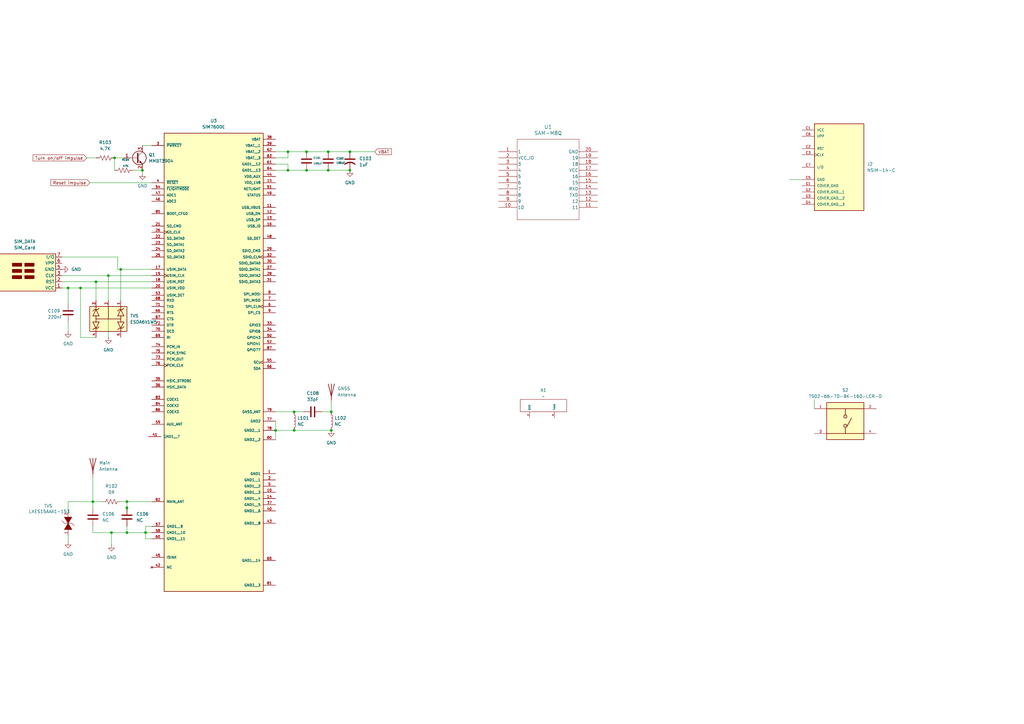
<source format=kicad_sch>
(kicad_sch
	(version 20250114)
	(generator "eeschema")
	(generator_version "9.0")
	(uuid "27c5315e-ecba-41f6-9959-a9a7637df749")
	(paper "A3")
	(lib_symbols
		(symbol "2025-06-16_21-13-40:SAM-M8Q"
			(pin_names
				(offset 0.254)
			)
			(exclude_from_sim no)
			(in_bom yes)
			(on_board yes)
			(property "Reference" "U1"
				(at 20.32 10.16 0)
				(effects
					(font
						(size 1.524 1.524)
					)
				)
			)
			(property "Value" "SAM-M8Q"
				(at 20.32 7.62 0)
				(effects
					(font
						(size 1.524 1.524)
					)
				)
			)
			(property "Footprint" "QFN_M-M8Q_UBL"
				(at 0 0 0)
				(effects
					(font
						(size 1.27 1.27)
						(italic yes)
					)
					(hide yes)
				)
			)
			(property "Datasheet" "SAM-M8Q"
				(at 0 0 0)
				(effects
					(font
						(size 1.27 1.27)
						(italic yes)
					)
					(hide yes)
				)
			)
			(property "Description" ""
				(at 0 0 0)
				(effects
					(font
						(size 1.27 1.27)
					)
					(hide yes)
				)
			)
			(property "ki_locked" ""
				(at 0 0 0)
				(effects
					(font
						(size 1.27 1.27)
					)
				)
			)
			(property "ki_keywords" "SAM-M8Q"
				(at 0 0 0)
				(effects
					(font
						(size 1.27 1.27)
					)
					(hide yes)
				)
			)
			(property "ki_fp_filters" "QFN_M-M8Q_UBL"
				(at 0 0 0)
				(effects
					(font
						(size 1.27 1.27)
					)
					(hide yes)
				)
			)
			(symbol "SAM-M8Q_0_1"
				(polyline
					(pts
						(xy 7.62 5.08) (xy 7.62 -27.94)
					)
					(stroke
						(width 0.127)
						(type default)
					)
					(fill
						(type none)
					)
				)
				(polyline
					(pts
						(xy 7.62 -27.94) (xy 33.02 -27.94)
					)
					(stroke
						(width 0.127)
						(type default)
					)
					(fill
						(type none)
					)
				)
				(polyline
					(pts
						(xy 33.02 5.08) (xy 7.62 5.08)
					)
					(stroke
						(width 0.127)
						(type default)
					)
					(fill
						(type none)
					)
				)
				(polyline
					(pts
						(xy 33.02 -27.94) (xy 33.02 5.08)
					)
					(stroke
						(width 0.127)
						(type default)
					)
					(fill
						(type none)
					)
				)
				(pin power_out line
					(at 0 0 0)
					(length 7.62)
					(name "1"
						(effects
							(font
								(size 1.27 1.27)
							)
						)
					)
					(number "1"
						(effects
							(font
								(size 1.27 1.27)
							)
						)
					)
				)
				(pin power_in line
					(at 0 -2.54 0)
					(length 7.62)
					(name "VCC_IO"
						(effects
							(font
								(size 1.27 1.27)
							)
						)
					)
					(number "2"
						(effects
							(font
								(size 1.27 1.27)
							)
						)
					)
				)
				(pin unspecified line
					(at 0 -5.08 0)
					(length 7.62)
					(name "3"
						(effects
							(font
								(size 1.27 1.27)
							)
						)
					)
					(number "3"
						(effects
							(font
								(size 1.27 1.27)
							)
						)
					)
				)
				(pin power_out line
					(at 0 -7.62 0)
					(length 7.62)
					(name "4"
						(effects
							(font
								(size 1.27 1.27)
							)
						)
					)
					(number "4"
						(effects
							(font
								(size 1.27 1.27)
							)
						)
					)
				)
				(pin power_out line
					(at 0 -10.16 0)
					(length 7.62)
					(name "5"
						(effects
							(font
								(size 1.27 1.27)
							)
						)
					)
					(number "5"
						(effects
							(font
								(size 1.27 1.27)
							)
						)
					)
				)
				(pin power_out line
					(at 0 -12.7 0)
					(length 7.62)
					(name "6"
						(effects
							(font
								(size 1.27 1.27)
							)
						)
					)
					(number "6"
						(effects
							(font
								(size 1.27 1.27)
							)
						)
					)
				)
				(pin unspecified line
					(at 0 -15.24 0)
					(length 7.62)
					(name "7"
						(effects
							(font
								(size 1.27 1.27)
							)
						)
					)
					(number "7"
						(effects
							(font
								(size 1.27 1.27)
							)
						)
					)
				)
				(pin unspecified line
					(at 0 -17.78 0)
					(length 7.62)
					(name "8"
						(effects
							(font
								(size 1.27 1.27)
							)
						)
					)
					(number "8"
						(effects
							(font
								(size 1.27 1.27)
							)
						)
					)
				)
				(pin unspecified line
					(at 0 -20.32 0)
					(length 7.62)
					(name "9"
						(effects
							(font
								(size 1.27 1.27)
							)
						)
					)
					(number "9"
						(effects
							(font
								(size 1.27 1.27)
							)
						)
					)
				)
				(pin power_out line
					(at 0 -22.86 0)
					(length 7.62)
					(name "10"
						(effects
							(font
								(size 1.27 1.27)
							)
						)
					)
					(number "10"
						(effects
							(font
								(size 1.27 1.27)
							)
						)
					)
				)
				(pin power_out line
					(at 40.64 0 180)
					(length 7.62)
					(name "GND"
						(effects
							(font
								(size 1.27 1.27)
							)
						)
					)
					(number "20"
						(effects
							(font
								(size 1.27 1.27)
							)
						)
					)
				)
				(pin unspecified line
					(at 40.64 -2.54 180)
					(length 7.62)
					(name "19"
						(effects
							(font
								(size 1.27 1.27)
							)
						)
					)
					(number "19"
						(effects
							(font
								(size 1.27 1.27)
							)
						)
					)
				)
				(pin unspecified line
					(at 40.64 -5.08 180)
					(length 7.62)
					(name "18"
						(effects
							(font
								(size 1.27 1.27)
							)
						)
					)
					(number "18"
						(effects
							(font
								(size 1.27 1.27)
							)
						)
					)
				)
				(pin power_in line
					(at 40.64 -7.62 180)
					(length 7.62)
					(name "VCC"
						(effects
							(font
								(size 1.27 1.27)
							)
						)
					)
					(number "17"
						(effects
							(font
								(size 1.27 1.27)
							)
						)
					)
				)
				(pin power_out line
					(at 40.64 -10.16 180)
					(length 7.62)
					(name "16"
						(effects
							(font
								(size 1.27 1.27)
							)
						)
					)
					(number "16"
						(effects
							(font
								(size 1.27 1.27)
							)
						)
					)
				)
				(pin power_out line
					(at 40.64 -12.7 180)
					(length 7.62)
					(name "15"
						(effects
							(font
								(size 1.27 1.27)
							)
						)
					)
					(number "15"
						(effects
							(font
								(size 1.27 1.27)
							)
						)
					)
				)
				(pin unspecified line
					(at 40.64 -20.32 180)
					(length 7.62)
					(name "12"
						(effects
							(font
								(size 1.27 1.27)
							)
						)
					)
					(number "12"
						(effects
							(font
								(size 1.27 1.27)
							)
						)
					)
				)
				(pin power_out line
					(at 40.64 -22.86 180)
					(length 7.62)
					(name "11"
						(effects
							(font
								(size 1.27 1.27)
							)
						)
					)
					(number "11"
						(effects
							(font
								(size 1.27 1.27)
							)
						)
					)
				)
			)
			(symbol "SAM-M8Q_1_1"
				(pin unspecified line
					(at 40.64 -15.24 180)
					(length 7.62)
					(name "RXD"
						(effects
							(font
								(size 1.27 1.27)
							)
						)
					)
					(number "14"
						(effects
							(font
								(size 1.27 1.27)
							)
						)
					)
				)
				(pin unspecified line
					(at 40.64 -17.78 180)
					(length 7.62)
					(name "TXD"
						(effects
							(font
								(size 1.27 1.27)
							)
						)
					)
					(number "13"
						(effects
							(font
								(size 1.27 1.27)
							)
						)
					)
				)
			)
			(embedded_fonts no)
		)
		(symbol "Connector:SIM_Card"
			(exclude_from_sim no)
			(in_bom yes)
			(on_board yes)
			(property "Reference" "J"
				(at -2.54 12.7 0)
				(effects
					(font
						(size 1.27 1.27)
					)
					(justify right)
				)
			)
			(property "Value" "SIM_Card"
				(at -1.27 10.16 0)
				(effects
					(font
						(size 1.27 1.27)
					)
					(justify right)
				)
			)
			(property "Footprint" ""
				(at 0 8.89 0)
				(effects
					(font
						(size 1.27 1.27)
					)
					(hide yes)
				)
			)
			(property "Datasheet" "~"
				(at -1.27 0 0)
				(effects
					(font
						(size 1.27 1.27)
					)
					(hide yes)
				)
			)
			(property "Description" "SIM Card"
				(at 0 0 0)
				(effects
					(font
						(size 1.27 1.27)
					)
					(hide yes)
				)
			)
			(property "ki_keywords" "SIM card UICC"
				(at 0 0 0)
				(effects
					(font
						(size 1.27 1.27)
					)
					(hide yes)
				)
			)
			(property "ki_fp_filters" "*SIM*Card*Holder*"
				(at 0 0 0)
				(effects
					(font
						(size 1.27 1.27)
					)
					(hide yes)
				)
			)
			(symbol "SIM_Card_0_1"
				(polyline
					(pts
						(xy -10.16 8.89) (xy 15.24 8.89) (xy 15.24 -3.81) (xy 12.7 -6.35) (xy -10.16 -6.35) (xy -10.16 8.89)
					)
					(stroke
						(width 0.254)
						(type default)
					)
					(fill
						(type background)
					)
				)
				(rectangle
					(start -1.27 2.54)
					(end 2.54 3.81)
					(stroke
						(width 0.254)
						(type default)
					)
					(fill
						(type outline)
					)
				)
				(rectangle
					(start -1.27 0)
					(end 2.54 1.27)
					(stroke
						(width 0.254)
						(type default)
					)
					(fill
						(type outline)
					)
				)
				(rectangle
					(start -1.27 -2.54)
					(end 2.54 -1.27)
					(stroke
						(width 0.254)
						(type default)
					)
					(fill
						(type outline)
					)
				)
				(rectangle
					(start 3.81 2.54)
					(end 7.62 3.81)
					(stroke
						(width 0.254)
						(type default)
					)
					(fill
						(type outline)
					)
				)
				(rectangle
					(start 3.81 0)
					(end 7.62 1.27)
					(stroke
						(width 0.254)
						(type default)
					)
					(fill
						(type outline)
					)
				)
				(rectangle
					(start 3.81 -1.27)
					(end 7.62 -2.54)
					(stroke
						(width 0.254)
						(type default)
					)
					(fill
						(type outline)
					)
				)
			)
			(symbol "SIM_Card_1_1"
				(pin power_in line
					(at -12.7 7.62 0)
					(length 2.54)
					(name "VCC"
						(effects
							(font
								(size 1.27 1.27)
							)
						)
					)
					(number "1"
						(effects
							(font
								(size 1.27 1.27)
							)
						)
					)
				)
				(pin input line
					(at -12.7 5.08 0)
					(length 2.54)
					(name "RST"
						(effects
							(font
								(size 1.27 1.27)
							)
						)
					)
					(number "2"
						(effects
							(font
								(size 1.27 1.27)
							)
						)
					)
				)
				(pin input line
					(at -12.7 2.54 0)
					(length 2.54)
					(name "CLK"
						(effects
							(font
								(size 1.27 1.27)
							)
						)
					)
					(number "3"
						(effects
							(font
								(size 1.27 1.27)
							)
						)
					)
				)
				(pin power_in line
					(at -12.7 0 0)
					(length 2.54)
					(name "GND"
						(effects
							(font
								(size 1.27 1.27)
							)
						)
					)
					(number "5"
						(effects
							(font
								(size 1.27 1.27)
							)
						)
					)
				)
				(pin input line
					(at -12.7 -2.54 0)
					(length 2.54)
					(name "VPP"
						(effects
							(font
								(size 1.27 1.27)
							)
						)
					)
					(number "6"
						(effects
							(font
								(size 1.27 1.27)
							)
						)
					)
				)
				(pin bidirectional line
					(at -12.7 -5.08 0)
					(length 2.54)
					(name "I/O"
						(effects
							(font
								(size 1.27 1.27)
							)
						)
					)
					(number "7"
						(effects
							(font
								(size 1.27 1.27)
							)
						)
					)
				)
			)
			(embedded_fonts no)
		)
		(symbol "Device:Antenna"
			(pin_numbers
				(hide yes)
			)
			(pin_names
				(offset 1.016)
				(hide yes)
			)
			(exclude_from_sim no)
			(in_bom yes)
			(on_board yes)
			(property "Reference" "AE"
				(at -1.905 1.905 0)
				(effects
					(font
						(size 1.27 1.27)
					)
					(justify right)
				)
			)
			(property "Value" "Antenna"
				(at -1.905 0 0)
				(effects
					(font
						(size 1.27 1.27)
					)
					(justify right)
				)
			)
			(property "Footprint" ""
				(at 0 0 0)
				(effects
					(font
						(size 1.27 1.27)
					)
					(hide yes)
				)
			)
			(property "Datasheet" "~"
				(at 0 0 0)
				(effects
					(font
						(size 1.27 1.27)
					)
					(hide yes)
				)
			)
			(property "Description" "Antenna"
				(at 0 0 0)
				(effects
					(font
						(size 1.27 1.27)
					)
					(hide yes)
				)
			)
			(property "ki_keywords" "antenna"
				(at 0 0 0)
				(effects
					(font
						(size 1.27 1.27)
					)
					(hide yes)
				)
			)
			(symbol "Antenna_0_1"
				(polyline
					(pts
						(xy 0 2.54) (xy 0 -3.81)
					)
					(stroke
						(width 0.254)
						(type default)
					)
					(fill
						(type none)
					)
				)
				(polyline
					(pts
						(xy 1.27 2.54) (xy 0 -2.54) (xy -1.27 2.54)
					)
					(stroke
						(width 0.254)
						(type default)
					)
					(fill
						(type none)
					)
				)
			)
			(symbol "Antenna_1_1"
				(pin input line
					(at 0 -5.08 90)
					(length 2.54)
					(name "A"
						(effects
							(font
								(size 1.27 1.27)
							)
						)
					)
					(number "1"
						(effects
							(font
								(size 1.27 1.27)
							)
						)
					)
				)
			)
			(embedded_fonts no)
		)
		(symbol "Device:C"
			(pin_numbers
				(hide yes)
			)
			(pin_names
				(offset 0.254)
			)
			(exclude_from_sim no)
			(in_bom yes)
			(on_board yes)
			(property "Reference" "C"
				(at 0.635 2.54 0)
				(effects
					(font
						(size 1.27 1.27)
					)
					(justify left)
				)
			)
			(property "Value" "C"
				(at 0.635 -2.54 0)
				(effects
					(font
						(size 1.27 1.27)
					)
					(justify left)
				)
			)
			(property "Footprint" ""
				(at 0.9652 -3.81 0)
				(effects
					(font
						(size 1.27 1.27)
					)
					(hide yes)
				)
			)
			(property "Datasheet" "~"
				(at 0 0 0)
				(effects
					(font
						(size 1.27 1.27)
					)
					(hide yes)
				)
			)
			(property "Description" "Unpolarized capacitor"
				(at 0 0 0)
				(effects
					(font
						(size 1.27 1.27)
					)
					(hide yes)
				)
			)
			(property "ki_keywords" "cap capacitor"
				(at 0 0 0)
				(effects
					(font
						(size 1.27 1.27)
					)
					(hide yes)
				)
			)
			(property "ki_fp_filters" "C_*"
				(at 0 0 0)
				(effects
					(font
						(size 1.27 1.27)
					)
					(hide yes)
				)
			)
			(symbol "C_0_1"
				(polyline
					(pts
						(xy -2.032 0.762) (xy 2.032 0.762)
					)
					(stroke
						(width 0.508)
						(type default)
					)
					(fill
						(type none)
					)
				)
				(polyline
					(pts
						(xy -2.032 -0.762) (xy 2.032 -0.762)
					)
					(stroke
						(width 0.508)
						(type default)
					)
					(fill
						(type none)
					)
				)
			)
			(symbol "C_1_1"
				(pin passive line
					(at 0 3.81 270)
					(length 2.794)
					(name "~"
						(effects
							(font
								(size 1.27 1.27)
							)
						)
					)
					(number "1"
						(effects
							(font
								(size 1.27 1.27)
							)
						)
					)
				)
				(pin passive line
					(at 0 -3.81 90)
					(length 2.794)
					(name "~"
						(effects
							(font
								(size 1.27 1.27)
							)
						)
					)
					(number "2"
						(effects
							(font
								(size 1.27 1.27)
							)
						)
					)
				)
			)
			(embedded_fonts no)
		)
		(symbol "Device:C_US"
			(pin_numbers
				(hide yes)
			)
			(pin_names
				(offset 0.254)
				(hide yes)
			)
			(exclude_from_sim no)
			(in_bom yes)
			(on_board yes)
			(property "Reference" "C"
				(at 0.635 2.54 0)
				(effects
					(font
						(size 1.27 1.27)
					)
					(justify left)
				)
			)
			(property "Value" "C_US"
				(at 0.635 -2.54 0)
				(effects
					(font
						(size 1.27 1.27)
					)
					(justify left)
				)
			)
			(property "Footprint" ""
				(at 0 0 0)
				(effects
					(font
						(size 1.27 1.27)
					)
					(hide yes)
				)
			)
			(property "Datasheet" ""
				(at 0 0 0)
				(effects
					(font
						(size 1.27 1.27)
					)
					(hide yes)
				)
			)
			(property "Description" "capacitor, US symbol"
				(at 0 0 0)
				(effects
					(font
						(size 1.27 1.27)
					)
					(hide yes)
				)
			)
			(property "ki_keywords" "cap capacitor"
				(at 0 0 0)
				(effects
					(font
						(size 1.27 1.27)
					)
					(hide yes)
				)
			)
			(property "ki_fp_filters" "C_*"
				(at 0 0 0)
				(effects
					(font
						(size 1.27 1.27)
					)
					(hide yes)
				)
			)
			(symbol "C_US_0_1"
				(polyline
					(pts
						(xy -2.032 0.762) (xy 2.032 0.762)
					)
					(stroke
						(width 0.508)
						(type default)
					)
					(fill
						(type none)
					)
				)
				(arc
					(start -2.032 -1.27)
					(mid 0 -0.5572)
					(end 2.032 -1.27)
					(stroke
						(width 0.508)
						(type default)
					)
					(fill
						(type none)
					)
				)
			)
			(symbol "C_US_1_1"
				(pin passive line
					(at 0 3.81 270)
					(length 2.794)
					(name "~"
						(effects
							(font
								(size 1.27 1.27)
							)
						)
					)
					(number "1"
						(effects
							(font
								(size 1.27 1.27)
							)
						)
					)
				)
				(pin passive line
					(at 0 -3.81 90)
					(length 3.302)
					(name "~"
						(effects
							(font
								(size 1.27 1.27)
							)
						)
					)
					(number "2"
						(effects
							(font
								(size 1.27 1.27)
							)
						)
					)
				)
			)
			(embedded_fonts no)
		)
		(symbol "Device:L"
			(pin_numbers
				(hide yes)
			)
			(pin_names
				(offset 1.016)
				(hide yes)
			)
			(exclude_from_sim no)
			(in_bom yes)
			(on_board yes)
			(property "Reference" "L"
				(at -1.27 0 90)
				(effects
					(font
						(size 1.27 1.27)
					)
				)
			)
			(property "Value" "L"
				(at 1.905 0 90)
				(effects
					(font
						(size 1.27 1.27)
					)
				)
			)
			(property "Footprint" ""
				(at 0 0 0)
				(effects
					(font
						(size 1.27 1.27)
					)
					(hide yes)
				)
			)
			(property "Datasheet" "~"
				(at 0 0 0)
				(effects
					(font
						(size 1.27 1.27)
					)
					(hide yes)
				)
			)
			(property "Description" "Inductor"
				(at 0 0 0)
				(effects
					(font
						(size 1.27 1.27)
					)
					(hide yes)
				)
			)
			(property "ki_keywords" "inductor choke coil reactor magnetic"
				(at 0 0 0)
				(effects
					(font
						(size 1.27 1.27)
					)
					(hide yes)
				)
			)
			(property "ki_fp_filters" "Choke_* *Coil* Inductor_* L_*"
				(at 0 0 0)
				(effects
					(font
						(size 1.27 1.27)
					)
					(hide yes)
				)
			)
			(symbol "L_0_1"
				(arc
					(start 0 2.54)
					(mid 0.6323 1.905)
					(end 0 1.27)
					(stroke
						(width 0)
						(type default)
					)
					(fill
						(type none)
					)
				)
				(arc
					(start 0 1.27)
					(mid 0.6323 0.635)
					(end 0 0)
					(stroke
						(width 0)
						(type default)
					)
					(fill
						(type none)
					)
				)
				(arc
					(start 0 0)
					(mid 0.6323 -0.635)
					(end 0 -1.27)
					(stroke
						(width 0)
						(type default)
					)
					(fill
						(type none)
					)
				)
				(arc
					(start 0 -1.27)
					(mid 0.6323 -1.905)
					(end 0 -2.54)
					(stroke
						(width 0)
						(type default)
					)
					(fill
						(type none)
					)
				)
			)
			(symbol "L_1_1"
				(pin passive line
					(at 0 3.81 270)
					(length 1.27)
					(name "1"
						(effects
							(font
								(size 1.27 1.27)
							)
						)
					)
					(number "1"
						(effects
							(font
								(size 1.27 1.27)
							)
						)
					)
				)
				(pin passive line
					(at 0 -3.81 90)
					(length 1.27)
					(name "2"
						(effects
							(font
								(size 1.27 1.27)
							)
						)
					)
					(number "2"
						(effects
							(font
								(size 1.27 1.27)
							)
						)
					)
				)
			)
			(embedded_fonts no)
		)
		(symbol "Device:R_US"
			(pin_numbers
				(hide yes)
			)
			(pin_names
				(offset 0)
			)
			(exclude_from_sim no)
			(in_bom yes)
			(on_board yes)
			(property "Reference" "R"
				(at 2.54 0 90)
				(effects
					(font
						(size 1.27 1.27)
					)
				)
			)
			(property "Value" "R_US"
				(at -2.54 0 90)
				(effects
					(font
						(size 1.27 1.27)
					)
				)
			)
			(property "Footprint" ""
				(at 1.016 -0.254 90)
				(effects
					(font
						(size 1.27 1.27)
					)
					(hide yes)
				)
			)
			(property "Datasheet" "~"
				(at 0 0 0)
				(effects
					(font
						(size 1.27 1.27)
					)
					(hide yes)
				)
			)
			(property "Description" "Resistor, US symbol"
				(at 0 0 0)
				(effects
					(font
						(size 1.27 1.27)
					)
					(hide yes)
				)
			)
			(property "ki_keywords" "R res resistor"
				(at 0 0 0)
				(effects
					(font
						(size 1.27 1.27)
					)
					(hide yes)
				)
			)
			(property "ki_fp_filters" "R_*"
				(at 0 0 0)
				(effects
					(font
						(size 1.27 1.27)
					)
					(hide yes)
				)
			)
			(symbol "R_US_0_1"
				(polyline
					(pts
						(xy 0 2.286) (xy 0 2.54)
					)
					(stroke
						(width 0)
						(type default)
					)
					(fill
						(type none)
					)
				)
				(polyline
					(pts
						(xy 0 2.286) (xy 1.016 1.905) (xy 0 1.524) (xy -1.016 1.143) (xy 0 0.762)
					)
					(stroke
						(width 0)
						(type default)
					)
					(fill
						(type none)
					)
				)
				(polyline
					(pts
						(xy 0 0.762) (xy 1.016 0.381) (xy 0 0) (xy -1.016 -0.381) (xy 0 -0.762)
					)
					(stroke
						(width 0)
						(type default)
					)
					(fill
						(type none)
					)
				)
				(polyline
					(pts
						(xy 0 -0.762) (xy 1.016 -1.143) (xy 0 -1.524) (xy -1.016 -1.905) (xy 0 -2.286)
					)
					(stroke
						(width 0)
						(type default)
					)
					(fill
						(type none)
					)
				)
				(polyline
					(pts
						(xy 0 -2.286) (xy 0 -2.54)
					)
					(stroke
						(width 0)
						(type default)
					)
					(fill
						(type none)
					)
				)
			)
			(symbol "R_US_1_1"
				(pin passive line
					(at 0 3.81 270)
					(length 1.27)
					(name "~"
						(effects
							(font
								(size 1.27 1.27)
							)
						)
					)
					(number "1"
						(effects
							(font
								(size 1.27 1.27)
							)
						)
					)
				)
				(pin passive line
					(at 0 -3.81 90)
					(length 1.27)
					(name "~"
						(effects
							(font
								(size 1.27 1.27)
							)
						)
					)
					(number "2"
						(effects
							(font
								(size 1.27 1.27)
							)
						)
					)
				)
			)
			(embedded_fonts no)
		)
		(symbol "ESDA6V1W5:ESDA6V1W5"
			(pin_names
				(offset 1.016)
			)
			(exclude_from_sim no)
			(in_bom yes)
			(on_board yes)
			(property "Reference" "D"
				(at -5.08 8.89 0)
				(effects
					(font
						(size 1.27 1.27)
					)
					(justify left bottom)
				)
			)
			(property "Value" "ESDA6V1W5"
				(at -5.08 -8.89 0)
				(effects
					(font
						(size 1.27 1.27)
					)
					(justify left top)
				)
			)
			(property "Footprint" "ESDA6V1W5:SOT65P210X110-5N"
				(at 0 0 0)
				(effects
					(font
						(size 1.27 1.27)
					)
					(justify bottom)
					(hide yes)
				)
			)
			(property "Datasheet" ""
				(at 0 0 0)
				(effects
					(font
						(size 1.27 1.27)
					)
					(hide yes)
				)
			)
			(property "Description" ""
				(at 0 0 0)
				(effects
					(font
						(size 1.27 1.27)
					)
					(hide yes)
				)
			)
			(property "PARTREV" "2"
				(at 0 0 0)
				(effects
					(font
						(size 1.27 1.27)
					)
					(justify bottom)
					(hide yes)
				)
			)
			(property "STANDARD" "IPC-7351B"
				(at 0 0 0)
				(effects
					(font
						(size 1.27 1.27)
					)
					(justify bottom)
					(hide yes)
				)
			)
			(property "MAXIMUM_PACKAGE_HEIGHT" "1.10mm"
				(at 0 0 0)
				(effects
					(font
						(size 1.27 1.27)
					)
					(justify bottom)
					(hide yes)
				)
			)
			(property "MANUFACTURER" "STMicroelectronics"
				(at 0 0 0)
				(effects
					(font
						(size 1.27 1.27)
					)
					(justify bottom)
					(hide yes)
				)
			)
			(symbol "ESDA6V1W5_0_0"
				(polyline
					(pts
						(xy -5.08 5.08) (xy -3.81 5.08)
					)
					(stroke
						(width 0.254)
						(type default)
					)
					(fill
						(type none)
					)
				)
				(polyline
					(pts
						(xy -5.08 -5.08) (xy -3.81 -5.08)
					)
					(stroke
						(width 0.254)
						(type default)
					)
					(fill
						(type none)
					)
				)
				(rectangle
					(start -5.08 -7.62)
					(end 5.08 7.62)
					(stroke
						(width 0.254)
						(type default)
					)
					(fill
						(type background)
					)
				)
				(polyline
					(pts
						(xy -3.81 5.715) (xy -4.445 6.35)
					)
					(stroke
						(width 0.254)
						(type default)
					)
					(fill
						(type none)
					)
				)
				(polyline
					(pts
						(xy -3.81 5.08) (xy -3.81 5.715)
					)
					(stroke
						(width 0.254)
						(type default)
					)
					(fill
						(type none)
					)
				)
				(polyline
					(pts
						(xy -3.81 5.08) (xy -1.27 3.81)
					)
					(stroke
						(width 0.254)
						(type default)
					)
					(fill
						(type none)
					)
				)
				(polyline
					(pts
						(xy -3.81 4.445) (xy -3.81 5.08)
					)
					(stroke
						(width 0.254)
						(type default)
					)
					(fill
						(type none)
					)
				)
				(polyline
					(pts
						(xy -3.81 -4.445) (xy -4.445 -3.81)
					)
					(stroke
						(width 0.254)
						(type default)
					)
					(fill
						(type none)
					)
				)
				(polyline
					(pts
						(xy -3.81 -5.08) (xy -3.81 -4.445)
					)
					(stroke
						(width 0.254)
						(type default)
					)
					(fill
						(type none)
					)
				)
				(polyline
					(pts
						(xy -3.81 -5.08) (xy -1.27 -6.35)
					)
					(stroke
						(width 0.254)
						(type default)
					)
					(fill
						(type none)
					)
				)
				(polyline
					(pts
						(xy -3.81 -5.715) (xy -3.81 -5.08)
					)
					(stroke
						(width 0.254)
						(type default)
					)
					(fill
						(type none)
					)
				)
				(polyline
					(pts
						(xy -3.175 3.81) (xy -3.81 4.445)
					)
					(stroke
						(width 0.254)
						(type default)
					)
					(fill
						(type none)
					)
				)
				(polyline
					(pts
						(xy -3.175 -6.35) (xy -3.81 -5.715)
					)
					(stroke
						(width 0.254)
						(type default)
					)
					(fill
						(type none)
					)
				)
				(polyline
					(pts
						(xy -1.27 6.35) (xy -3.81 5.08)
					)
					(stroke
						(width 0.254)
						(type default)
					)
					(fill
						(type none)
					)
				)
				(polyline
					(pts
						(xy -1.27 5.08) (xy -1.27 6.35)
					)
					(stroke
						(width 0.254)
						(type default)
					)
					(fill
						(type none)
					)
				)
				(polyline
					(pts
						(xy -1.27 3.81) (xy -1.27 5.08)
					)
					(stroke
						(width 0.254)
						(type default)
					)
					(fill
						(type none)
					)
				)
				(polyline
					(pts
						(xy -1.27 -3.81) (xy -3.81 -5.08)
					)
					(stroke
						(width 0.254)
						(type default)
					)
					(fill
						(type none)
					)
				)
				(polyline
					(pts
						(xy -1.27 -5.08) (xy -1.27 -3.81)
					)
					(stroke
						(width 0.254)
						(type default)
					)
					(fill
						(type none)
					)
				)
				(polyline
					(pts
						(xy -1.27 -6.35) (xy -1.27 -5.08)
					)
					(stroke
						(width 0.254)
						(type default)
					)
					(fill
						(type none)
					)
				)
				(polyline
					(pts
						(xy 0 5.08) (xy -1.27 5.08)
					)
					(stroke
						(width 0.254)
						(type default)
					)
					(fill
						(type none)
					)
				)
				(polyline
					(pts
						(xy 0 5.08) (xy 0 0)
					)
					(stroke
						(width 0.254)
						(type default)
					)
					(fill
						(type none)
					)
				)
				(polyline
					(pts
						(xy 0 0) (xy -5.08 0)
					)
					(stroke
						(width 0.254)
						(type default)
					)
					(fill
						(type none)
					)
				)
				(polyline
					(pts
						(xy 0 0) (xy 0 -5.08)
					)
					(stroke
						(width 0.254)
						(type default)
					)
					(fill
						(type none)
					)
				)
				(polyline
					(pts
						(xy 0 -5.08) (xy -1.27 -5.08)
					)
					(stroke
						(width 0.254)
						(type default)
					)
					(fill
						(type none)
					)
				)
				(polyline
					(pts
						(xy 1.27 6.35) (xy 1.27 5.08)
					)
					(stroke
						(width 0.254)
						(type default)
					)
					(fill
						(type none)
					)
				)
				(polyline
					(pts
						(xy 1.27 5.08) (xy 0 5.08)
					)
					(stroke
						(width 0.254)
						(type default)
					)
					(fill
						(type none)
					)
				)
				(polyline
					(pts
						(xy 1.27 5.08) (xy 1.27 3.81)
					)
					(stroke
						(width 0.254)
						(type default)
					)
					(fill
						(type none)
					)
				)
				(polyline
					(pts
						(xy 1.27 3.81) (xy 3.81 5.08)
					)
					(stroke
						(width 0.254)
						(type default)
					)
					(fill
						(type none)
					)
				)
				(polyline
					(pts
						(xy 1.27 -3.81) (xy 1.27 -5.08)
					)
					(stroke
						(width 0.254)
						(type default)
					)
					(fill
						(type none)
					)
				)
				(polyline
					(pts
						(xy 1.27 -5.08) (xy 0 -5.08)
					)
					(stroke
						(width 0.254)
						(type default)
					)
					(fill
						(type none)
					)
				)
				(polyline
					(pts
						(xy 1.27 -5.08) (xy 1.27 -6.35)
					)
					(stroke
						(width 0.254)
						(type default)
					)
					(fill
						(type none)
					)
				)
				(polyline
					(pts
						(xy 1.27 -6.35) (xy 3.81 -5.08)
					)
					(stroke
						(width 0.254)
						(type default)
					)
					(fill
						(type none)
					)
				)
				(polyline
					(pts
						(xy 3.175 6.35) (xy 3.81 5.715)
					)
					(stroke
						(width 0.254)
						(type default)
					)
					(fill
						(type none)
					)
				)
				(polyline
					(pts
						(xy 3.175 -3.81) (xy 3.81 -4.445)
					)
					(stroke
						(width 0.254)
						(type default)
					)
					(fill
						(type none)
					)
				)
				(polyline
					(pts
						(xy 3.81 5.715) (xy 3.81 5.08)
					)
					(stroke
						(width 0.254)
						(type default)
					)
					(fill
						(type none)
					)
				)
				(polyline
					(pts
						(xy 3.81 5.08) (xy 1.27 6.35)
					)
					(stroke
						(width 0.254)
						(type default)
					)
					(fill
						(type none)
					)
				)
				(polyline
					(pts
						(xy 3.81 5.08) (xy 3.81 4.445)
					)
					(stroke
						(width 0.254)
						(type default)
					)
					(fill
						(type none)
					)
				)
				(polyline
					(pts
						(xy 3.81 4.445) (xy 4.445 3.81)
					)
					(stroke
						(width 0.254)
						(type default)
					)
					(fill
						(type none)
					)
				)
				(polyline
					(pts
						(xy 3.81 -4.445) (xy 3.81 -5.08)
					)
					(stroke
						(width 0.254)
						(type default)
					)
					(fill
						(type none)
					)
				)
				(polyline
					(pts
						(xy 3.81 -5.08) (xy 1.27 -3.81)
					)
					(stroke
						(width 0.254)
						(type default)
					)
					(fill
						(type none)
					)
				)
				(polyline
					(pts
						(xy 3.81 -5.08) (xy 3.81 -5.715)
					)
					(stroke
						(width 0.254)
						(type default)
					)
					(fill
						(type none)
					)
				)
				(polyline
					(pts
						(xy 3.81 -5.715) (xy 4.445 -6.35)
					)
					(stroke
						(width 0.254)
						(type default)
					)
					(fill
						(type none)
					)
				)
				(polyline
					(pts
						(xy 5.08 5.08) (xy 3.81 5.08)
					)
					(stroke
						(width 0.254)
						(type default)
					)
					(fill
						(type none)
					)
				)
				(polyline
					(pts
						(xy 5.08 -5.08) (xy 3.81 -5.08)
					)
					(stroke
						(width 0.254)
						(type default)
					)
					(fill
						(type none)
					)
				)
				(pin passive line
					(at -7.62 5.08 0)
					(length 2.54)
					(name "~"
						(effects
							(font
								(size 1.016 1.016)
							)
						)
					)
					(number "1"
						(effects
							(font
								(size 1.016 1.016)
							)
						)
					)
				)
				(pin passive line
					(at -7.62 0 0)
					(length 2.54)
					(name "~"
						(effects
							(font
								(size 1.016 1.016)
							)
						)
					)
					(number "2"
						(effects
							(font
								(size 1.016 1.016)
							)
						)
					)
				)
				(pin passive line
					(at -7.62 -5.08 0)
					(length 2.54)
					(name "~"
						(effects
							(font
								(size 1.016 1.016)
							)
						)
					)
					(number "3"
						(effects
							(font
								(size 1.016 1.016)
							)
						)
					)
				)
				(pin passive line
					(at 7.62 5.08 180)
					(length 2.54)
					(name "~"
						(effects
							(font
								(size 1.016 1.016)
							)
						)
					)
					(number "5"
						(effects
							(font
								(size 1.016 1.016)
							)
						)
					)
				)
				(pin passive line
					(at 7.62 -5.08 180)
					(length 2.54)
					(name "~"
						(effects
							(font
								(size 1.016 1.016)
							)
						)
					)
					(number "4"
						(effects
							(font
								(size 1.016 1.016)
							)
						)
					)
				)
			)
			(embedded_fonts no)
		)
		(symbol "LXES15AAA1-153:LXES15AAA1-153"
			(pin_names
				(offset 1.016)
			)
			(exclude_from_sim no)
			(in_bom yes)
			(on_board yes)
			(property "Reference" "L"
				(at -5.1057 4.4578 0)
				(effects
					(font
						(size 1.27 1.27)
					)
					(justify left bottom)
				)
			)
			(property "Value" "LXES15AAA1-153"
				(at -5.0984 -5.0929 0)
				(effects
					(font
						(size 1.27 1.27)
					)
					(justify left bottom)
				)
			)
			(property "Footprint" "LXES15AAA1-153:INDC1005X45"
				(at 0 0 0)
				(effects
					(font
						(size 1.27 1.27)
					)
					(justify bottom)
					(hide yes)
				)
			)
			(property "Datasheet" ""
				(at 0 0 0)
				(effects
					(font
						(size 1.27 1.27)
					)
					(hide yes)
				)
			)
			(property "Description" ""
				(at 0 0 0)
				(effects
					(font
						(size 1.27 1.27)
					)
					(hide yes)
				)
			)
			(property "MF" "Murata"
				(at 0 0 0)
				(effects
					(font
						(size 1.27 1.27)
					)
					(justify bottom)
					(hide yes)
				)
			)
			(property "DESCRIPTION" "ESD Suppressor TVS 4V 2-Pin Case 0402 T/R"
				(at 0 0 0)
				(effects
					(font
						(size 1.27 1.27)
					)
					(justify bottom)
					(hide yes)
				)
			)
			(property "PACKAGE" "0402 Murata"
				(at 0 0 0)
				(effects
					(font
						(size 1.27 1.27)
					)
					(justify bottom)
					(hide yes)
				)
			)
			(property "PRICE" "0.14 USD"
				(at 0 0 0)
				(effects
					(font
						(size 1.27 1.27)
					)
					(justify bottom)
					(hide yes)
				)
			)
			(property "MP" "LXES15AAA1-153"
				(at 0 0 0)
				(effects
					(font
						(size 1.27 1.27)
					)
					(justify bottom)
					(hide yes)
				)
			)
			(property "AVAILABILITY" "Good"
				(at 0 0 0)
				(effects
					(font
						(size 1.27 1.27)
					)
					(justify bottom)
					(hide yes)
				)
			)
			(symbol "LXES15AAA1-153_0_0"
				(polyline
					(pts
						(xy -2.54 1.524) (xy -2.54 -1.524)
					)
					(stroke
						(width 0.1524)
						(type default)
					)
					(fill
						(type none)
					)
				)
				(polyline
					(pts
						(xy -2.54 1.524) (xy 0 0) (xy -2.54 -1.524) (xy -2.54 1.524)
					)
					(stroke
						(width 0.1524)
						(type default)
					)
					(fill
						(type outline)
					)
				)
				(polyline
					(pts
						(xy -2.54 -1.524) (xy 0 0)
					)
					(stroke
						(width 0.1524)
						(type default)
					)
					(fill
						(type none)
					)
				)
				(polyline
					(pts
						(xy 0 1.524) (xy 1.016 2.54)
					)
					(stroke
						(width 0.1524)
						(type default)
					)
					(fill
						(type none)
					)
				)
				(polyline
					(pts
						(xy 0 0) (xy -2.54 1.524)
					)
					(stroke
						(width 0.1524)
						(type default)
					)
					(fill
						(type none)
					)
				)
				(polyline
					(pts
						(xy 0 0) (xy 2.54 1.524)
					)
					(stroke
						(width 0.1524)
						(type default)
					)
					(fill
						(type none)
					)
				)
				(polyline
					(pts
						(xy 0 -1.524) (xy -1.016 -2.54)
					)
					(stroke
						(width 0.1524)
						(type default)
					)
					(fill
						(type none)
					)
				)
				(polyline
					(pts
						(xy 0 -1.524) (xy 0 1.524)
					)
					(stroke
						(width 0.1524)
						(type default)
					)
					(fill
						(type none)
					)
				)
				(polyline
					(pts
						(xy 2.54 1.524) (xy 2.54 -1.524)
					)
					(stroke
						(width 0.1524)
						(type default)
					)
					(fill
						(type none)
					)
				)
				(polyline
					(pts
						(xy 2.54 1.524) (xy 2.54 -1.524) (xy 0 0) (xy 2.54 1.524)
					)
					(stroke
						(width 0.1524)
						(type default)
					)
					(fill
						(type outline)
					)
				)
				(polyline
					(pts
						(xy 2.54 -1.524) (xy 0 0)
					)
					(stroke
						(width 0.1524)
						(type default)
					)
					(fill
						(type none)
					)
				)
				(pin passive line
					(at -5.08 0 0)
					(length 2.54)
					(name "~"
						(effects
							(font
								(size 1.016 1.016)
							)
						)
					)
					(number "1"
						(effects
							(font
								(size 1.016 1.016)
							)
						)
					)
				)
				(pin passive line
					(at 5.08 0 180)
					(length 2.54)
					(name "~"
						(effects
							(font
								(size 1.016 1.016)
							)
						)
					)
					(number "2"
						(effects
							(font
								(size 1.016 1.016)
							)
						)
					)
				)
			)
			(embedded_fonts no)
		)
		(symbol "NSIM-14-C:NSIM-14-C"
			(pin_names
				(offset 1.016)
			)
			(exclude_from_sim no)
			(in_bom yes)
			(on_board yes)
			(property "Reference" "J"
				(at -10.16 13.462 0)
				(effects
					(font
						(size 1.27 1.27)
					)
					(justify left bottom)
				)
			)
			(property "Value" "NSIM-14-C"
				(at -10.16 -25.4 0)
				(effects
					(font
						(size 1.27 1.27)
					)
					(justify left bottom)
				)
			)
			(property "Footprint" "NSIM-14-C:SAMESKY_NSIM-14-C"
				(at 0 0 0)
				(effects
					(font
						(size 1.27 1.27)
					)
					(justify bottom)
					(hide yes)
				)
			)
			(property "Datasheet" ""
				(at 0 0 0)
				(effects
					(font
						(size 1.27 1.27)
					)
					(hide yes)
				)
			)
			(property "Description" ""
				(at 0 0 0)
				(effects
					(font
						(size 1.27 1.27)
					)
					(hide yes)
				)
			)
			(property "PARTREV" "1.0"
				(at 0 0 0)
				(effects
					(font
						(size 1.27 1.27)
					)
					(justify bottom)
					(hide yes)
				)
			)
			(property "STANDARD" "Manufacturer Recommendations"
				(at 0 0 0)
				(effects
					(font
						(size 1.27 1.27)
					)
					(justify bottom)
					(hide yes)
				)
			)
			(property "MAXIMUM_PACKAGE_HEIGHT" "1.45mm"
				(at 0 0 0)
				(effects
					(font
						(size 1.27 1.27)
					)
					(justify bottom)
					(hide yes)
				)
			)
			(property "MANUFACTURER" "Same Sky"
				(at 0 0 0)
				(effects
					(font
						(size 1.27 1.27)
					)
					(justify bottom)
					(hide yes)
				)
			)
			(symbol "NSIM-14-C_0_0"
				(rectangle
					(start -10.16 -22.86)
					(end 10.16 12.7)
					(stroke
						(width 0.254)
						(type default)
					)
					(fill
						(type background)
					)
				)
				(pin power_in line
					(at -15.24 10.16 0)
					(length 5.08)
					(name "VCC"
						(effects
							(font
								(size 1.016 1.016)
							)
						)
					)
					(number "C1"
						(effects
							(font
								(size 1.016 1.016)
							)
						)
					)
				)
				(pin power_in line
					(at -15.24 7.62 0)
					(length 5.08)
					(name "VPP"
						(effects
							(font
								(size 1.016 1.016)
							)
						)
					)
					(number "C6"
						(effects
							(font
								(size 1.016 1.016)
							)
						)
					)
				)
				(pin input line
					(at -15.24 2.54 0)
					(length 5.08)
					(name "RST"
						(effects
							(font
								(size 1.016 1.016)
							)
						)
					)
					(number "C2"
						(effects
							(font
								(size 1.016 1.016)
							)
						)
					)
				)
				(pin input clock
					(at -15.24 0 0)
					(length 5.08)
					(name "CLK"
						(effects
							(font
								(size 1.016 1.016)
							)
						)
					)
					(number "C3"
						(effects
							(font
								(size 1.016 1.016)
							)
						)
					)
				)
				(pin bidirectional line
					(at -15.24 -5.08 0)
					(length 5.08)
					(name "I/O"
						(effects
							(font
								(size 1.016 1.016)
							)
						)
					)
					(number "C7"
						(effects
							(font
								(size 1.016 1.016)
							)
						)
					)
				)
				(pin power_in line
					(at -15.24 -10.16 0)
					(length 5.08)
					(name "GND"
						(effects
							(font
								(size 1.016 1.016)
							)
						)
					)
					(number "C5"
						(effects
							(font
								(size 1.016 1.016)
							)
						)
					)
				)
				(pin power_in line
					(at -15.24 -12.7 0)
					(length 5.08)
					(name "COVER_GND"
						(effects
							(font
								(size 1.016 1.016)
							)
						)
					)
					(number "G1"
						(effects
							(font
								(size 1.016 1.016)
							)
						)
					)
				)
				(pin power_in line
					(at -15.24 -15.24 0)
					(length 5.08)
					(name "COVER_GND__1"
						(effects
							(font
								(size 1.016 1.016)
							)
						)
					)
					(number "G2"
						(effects
							(font
								(size 1.016 1.016)
							)
						)
					)
				)
				(pin power_in line
					(at -15.24 -17.78 0)
					(length 5.08)
					(name "COVER_GND__2"
						(effects
							(font
								(size 1.016 1.016)
							)
						)
					)
					(number "G3"
						(effects
							(font
								(size 1.016 1.016)
							)
						)
					)
				)
				(pin power_in line
					(at -15.24 -20.32 0)
					(length 5.08)
					(name "COVER_GND__3"
						(effects
							(font
								(size 1.016 1.016)
							)
						)
					)
					(number "G4"
						(effects
							(font
								(size 1.016 1.016)
							)
						)
					)
				)
			)
			(embedded_fonts no)
		)
		(symbol "SIM7600E_v6:SIM7600E"
			(pin_names
				(offset 1.016)
			)
			(exclude_from_sim no)
			(in_bom yes)
			(on_board yes)
			(property "Reference" "U3"
				(at 0 73.66 0)
				(effects
					(font
						(size 1.27 1.27)
					)
				)
			)
			(property "Value" "SIM7600E"
				(at 0 71.12 0)
				(effects
					(font
						(size 1.27 1.27)
					)
				)
			)
			(property "Footprint" "SIM7600E:XCVR_SIM7600E"
				(at 0 0 0)
				(effects
					(font
						(size 1.27 1.27)
					)
					(justify bottom)
					(hide yes)
				)
			)
			(property "Datasheet" ""
				(at 0 0 0)
				(effects
					(font
						(size 1.27 1.27)
					)
					(hide yes)
				)
			)
			(property "Description" ""
				(at 0 0 0)
				(effects
					(font
						(size 1.27 1.27)
					)
					(hide yes)
				)
			)
			(property "PARTREV" "V1.03"
				(at 0 0 0)
				(effects
					(font
						(size 1.27 1.27)
					)
					(justify bottom)
					(hide yes)
				)
			)
			(property "STANDARD" "Manufacturer recommendations"
				(at 0 0 0)
				(effects
					(font
						(size 1.27 1.27)
					)
					(justify bottom)
					(hide yes)
				)
			)
			(property "MAXIMUM_PACKAGE_HEIGHT" "3.10 mm"
				(at 0 0 0)
				(effects
					(font
						(size 1.27 1.27)
					)
					(justify bottom)
					(hide yes)
				)
			)
			(property "MANUFACTURER" "SIMCom"
				(at 0 0 0)
				(effects
					(font
						(size 1.27 1.27)
					)
					(justify bottom)
					(hide yes)
				)
			)
			(symbol "SIM7600E_0_0"
				(rectangle
					(start -20.32 68.58)
					(end 20.32 -119.38)
					(stroke
						(width 0.254)
						(type default)
					)
					(fill
						(type background)
					)
				)
				(pin power_in line
					(at -26.67 -55.88 0)
					(length 5.08)
					(name "GND1__7"
						(effects
							(font
								(size 1.016 1.016)
							)
						)
					)
					(number "41"
						(effects
							(font
								(size 1.016 1.016)
							)
						)
					)
				)
				(pin input line
					(at -25.4 63.5 0)
					(length 5.08)
					(name "~{PWRKEY}"
						(effects
							(font
								(size 1.016 1.016)
							)
						)
					)
					(number "3"
						(effects
							(font
								(size 1.016 1.016)
							)
						)
					)
				)
				(pin input line
					(at -25.4 48.26 0)
					(length 5.08)
					(name "~{RESET}"
						(effects
							(font
								(size 1.016 1.016)
							)
						)
					)
					(number "4"
						(effects
							(font
								(size 1.016 1.016)
							)
						)
					)
				)
				(pin input line
					(at -25.4 45.72 0)
					(length 5.08)
					(name "~{FLIGHTMODE}"
						(effects
							(font
								(size 1.016 1.016)
							)
						)
					)
					(number "54"
						(effects
							(font
								(size 1.016 1.016)
							)
						)
					)
				)
				(pin input line
					(at -25.4 43.18 0)
					(length 5.08)
					(name "ADC1"
						(effects
							(font
								(size 1.016 1.016)
							)
						)
					)
					(number "47"
						(effects
							(font
								(size 1.016 1.016)
							)
						)
					)
				)
				(pin input line
					(at -25.4 40.64 0)
					(length 5.08)
					(name "ADC2"
						(effects
							(font
								(size 1.016 1.016)
							)
						)
					)
					(number "46"
						(effects
							(font
								(size 1.016 1.016)
							)
						)
					)
				)
				(pin input line
					(at -25.4 35.56 0)
					(length 5.08)
					(name "BOOT_CFG0"
						(effects
							(font
								(size 1.016 1.016)
							)
						)
					)
					(number "85"
						(effects
							(font
								(size 1.016 1.016)
							)
						)
					)
				)
				(pin output line
					(at -25.4 30.48 0)
					(length 5.08)
					(name "SD_CMD"
						(effects
							(font
								(size 1.016 1.016)
							)
						)
					)
					(number "21"
						(effects
							(font
								(size 1.016 1.016)
							)
						)
					)
				)
				(pin output clock
					(at -25.4 27.94 0)
					(length 5.08)
					(name "SD_CLK"
						(effects
							(font
								(size 1.016 1.016)
							)
						)
					)
					(number "26"
						(effects
							(font
								(size 1.016 1.016)
							)
						)
					)
				)
				(pin bidirectional line
					(at -25.4 25.4 0)
					(length 5.08)
					(name "SD_DATA0"
						(effects
							(font
								(size 1.016 1.016)
							)
						)
					)
					(number "22"
						(effects
							(font
								(size 1.016 1.016)
							)
						)
					)
				)
				(pin bidirectional line
					(at -25.4 22.86 0)
					(length 5.08)
					(name "SD_DATA1"
						(effects
							(font
								(size 1.016 1.016)
							)
						)
					)
					(number "23"
						(effects
							(font
								(size 1.016 1.016)
							)
						)
					)
				)
				(pin bidirectional line
					(at -25.4 20.32 0)
					(length 5.08)
					(name "SD_DATA2"
						(effects
							(font
								(size 1.016 1.016)
							)
						)
					)
					(number "24"
						(effects
							(font
								(size 1.016 1.016)
							)
						)
					)
				)
				(pin bidirectional line
					(at -25.4 17.78 0)
					(length 5.08)
					(name "SD_DATA3"
						(effects
							(font
								(size 1.016 1.016)
							)
						)
					)
					(number "25"
						(effects
							(font
								(size 1.016 1.016)
							)
						)
					)
				)
				(pin bidirectional line
					(at -25.4 12.7 0)
					(length 5.08)
					(name "USIM_DATA"
						(effects
							(font
								(size 1.016 1.016)
							)
						)
					)
					(number "17"
						(effects
							(font
								(size 1.016 1.016)
							)
						)
					)
				)
				(pin output clock
					(at -25.4 10.16 0)
					(length 5.08)
					(name "USIM_CLK"
						(effects
							(font
								(size 1.016 1.016)
							)
						)
					)
					(number "19"
						(effects
							(font
								(size 1.016 1.016)
							)
						)
					)
				)
				(pin output line
					(at -25.4 7.62 0)
					(length 5.08)
					(name "USIM_RST"
						(effects
							(font
								(size 1.016 1.016)
							)
						)
					)
					(number "18"
						(effects
							(font
								(size 1.016 1.016)
							)
						)
					)
				)
				(pin power_in line
					(at -25.4 5.08 0)
					(length 5.08)
					(name "USIM_VDD"
						(effects
							(font
								(size 1.016 1.016)
							)
						)
					)
					(number "20"
						(effects
							(font
								(size 1.016 1.016)
							)
						)
					)
				)
				(pin bidirectional line
					(at -25.4 2.08 0)
					(length 5.08)
					(name "USIM_DET"
						(effects
							(font
								(size 1.016 1.016)
							)
						)
					)
					(number "53"
						(effects
							(font
								(size 1.016 1.016)
							)
						)
					)
				)
				(pin input line
					(at -25.4 0 0)
					(length 5.08)
					(name "RXD"
						(effects
							(font
								(size 1.016 1.016)
							)
						)
					)
					(number "68"
						(effects
							(font
								(size 1.016 1.016)
							)
						)
					)
				)
				(pin output line
					(at -25.4 -2.54 0)
					(length 5.08)
					(name "TXD"
						(effects
							(font
								(size 1.016 1.016)
							)
						)
					)
					(number "71"
						(effects
							(font
								(size 1.016 1.016)
							)
						)
					)
				)
				(pin output line
					(at -25.4 -5.08 0)
					(length 5.08)
					(name "RTS"
						(effects
							(font
								(size 1.016 1.016)
							)
						)
					)
					(number "66"
						(effects
							(font
								(size 1.016 1.016)
							)
						)
					)
				)
				(pin input line
					(at -25.4 -7.62 0)
					(length 5.08)
					(name "CTS"
						(effects
							(font
								(size 1.016 1.016)
							)
						)
					)
					(number "67"
						(effects
							(font
								(size 1.016 1.016)
							)
						)
					)
				)
				(pin input line
					(at -25.4 -10.16 0)
					(length 5.08)
					(name "DTR"
						(effects
							(font
								(size 1.016 1.016)
							)
						)
					)
					(number "72"
						(effects
							(font
								(size 1.016 1.016)
							)
						)
					)
				)
				(pin output line
					(at -25.4 -12.7 0)
					(length 5.08)
					(name "DCD"
						(effects
							(font
								(size 1.016 1.016)
							)
						)
					)
					(number "70"
						(effects
							(font
								(size 1.016 1.016)
							)
						)
					)
				)
				(pin output line
					(at -25.4 -15.24 0)
					(length 5.08)
					(name "RI"
						(effects
							(font
								(size 1.016 1.016)
							)
						)
					)
					(number "69"
						(effects
							(font
								(size 1.016 1.016)
							)
						)
					)
				)
				(pin input line
					(at -25.4 -19.05 0)
					(length 5.08)
					(name "PCM_IN"
						(effects
							(font
								(size 1.016 1.016)
							)
						)
					)
					(number "74"
						(effects
							(font
								(size 1.016 1.016)
							)
						)
					)
				)
				(pin output line
					(at -25.4 -21.59 0)
					(length 5.08)
					(name "PCM_SYNC"
						(effects
							(font
								(size 1.016 1.016)
							)
						)
					)
					(number "75"
						(effects
							(font
								(size 1.016 1.016)
							)
						)
					)
				)
				(pin output line
					(at -25.4 -24.13 0)
					(length 5.08)
					(name "PCM_OUT"
						(effects
							(font
								(size 1.016 1.016)
							)
						)
					)
					(number "73"
						(effects
							(font
								(size 1.016 1.016)
							)
						)
					)
				)
				(pin output clock
					(at -25.4 -26.67 0)
					(length 5.08)
					(name "PCM_CLK"
						(effects
							(font
								(size 1.016 1.016)
							)
						)
					)
					(number "76"
						(effects
							(font
								(size 1.016 1.016)
							)
						)
					)
				)
				(pin output line
					(at -25.4 -33.02 0)
					(length 5.08)
					(name "HSIC_STROBE"
						(effects
							(font
								(size 1.016 1.016)
							)
						)
					)
					(number "35"
						(effects
							(font
								(size 1.016 1.016)
							)
						)
					)
				)
				(pin bidirectional line
					(at -25.4 -35.56 0)
					(length 5.08)
					(name "HSIC_DATA"
						(effects
							(font
								(size 1.016 1.016)
							)
						)
					)
					(number "36"
						(effects
							(font
								(size 1.016 1.016)
							)
						)
					)
				)
				(pin bidirectional line
					(at -25.4 -40.64 0)
					(length 5.08)
					(name "COEX1"
						(effects
							(font
								(size 1.016 1.016)
							)
						)
					)
					(number "83"
						(effects
							(font
								(size 1.016 1.016)
							)
						)
					)
				)
				(pin bidirectional line
					(at -25.4 -43.18 0)
					(length 5.08)
					(name "COEX2"
						(effects
							(font
								(size 1.016 1.016)
							)
						)
					)
					(number "84"
						(effects
							(font
								(size 1.016 1.016)
							)
						)
					)
				)
				(pin bidirectional line
					(at -25.4 -45.72 0)
					(length 5.08)
					(name "COEX3"
						(effects
							(font
								(size 1.016 1.016)
							)
						)
					)
					(number "86"
						(effects
							(font
								(size 1.016 1.016)
							)
						)
					)
				)
				(pin input line
					(at -25.4 -50.8 0)
					(length 5.08)
					(name "AUX_ANT"
						(effects
							(font
								(size 1.016 1.016)
							)
						)
					)
					(number "59"
						(effects
							(font
								(size 1.016 1.016)
							)
						)
					)
				)
				(pin bidirectional line
					(at -25.4 -82.55 0)
					(length 5.08)
					(name "MAIN_ANT"
						(effects
							(font
								(size 1.016 1.016)
							)
						)
					)
					(number "82"
						(effects
							(font
								(size 1.016 1.016)
							)
						)
					)
				)
				(pin power_in line
					(at -25.4 -92.71 0)
					(length 5.08)
					(name "GND1__9"
						(effects
							(font
								(size 1.016 1.016)
							)
						)
					)
					(number "57"
						(effects
							(font
								(size 1.016 1.016)
							)
						)
					)
				)
				(pin power_in line
					(at -25.4 -95.25 0)
					(length 5.08)
					(name "GND1__10"
						(effects
							(font
								(size 1.016 1.016)
							)
						)
					)
					(number "58"
						(effects
							(font
								(size 1.016 1.016)
							)
						)
					)
				)
				(pin power_in line
					(at -25.4 -97.79 0)
					(length 5.08)
					(name "GND1__11"
						(effects
							(font
								(size 1.016 1.016)
							)
						)
					)
					(number "60"
						(effects
							(font
								(size 1.016 1.016)
							)
						)
					)
				)
				(pin input line
					(at -25.4 -105.41 0)
					(length 5.08)
					(name "ISINK"
						(effects
							(font
								(size 1.016 1.016)
							)
						)
					)
					(number "45"
						(effects
							(font
								(size 1.016 1.016)
							)
						)
					)
				)
				(pin no_connect line
					(at -25.4 -109.49 0)
					(length 5.08)
					(name "NC"
						(effects
							(font
								(size 1.016 1.016)
							)
						)
					)
					(number "42"
						(effects
							(font
								(size 1.016 1.016)
							)
						)
					)
				)
				(pin power_in line
					(at 25.4 66.04 180)
					(length 5.08)
					(name "VBAT"
						(effects
							(font
								(size 1.016 1.016)
							)
						)
					)
					(number "38"
						(effects
							(font
								(size 1.016 1.016)
							)
						)
					)
				)
				(pin power_in line
					(at 25.4 63.5 180)
					(length 5.08)
					(name "VBAT__1"
						(effects
							(font
								(size 1.016 1.016)
							)
						)
					)
					(number "39"
						(effects
							(font
								(size 1.016 1.016)
							)
						)
					)
				)
				(pin power_in line
					(at 25.4 60.96 180)
					(length 5.08)
					(name "VBAT__2"
						(effects
							(font
								(size 1.016 1.016)
							)
						)
					)
					(number "62"
						(effects
							(font
								(size 1.016 1.016)
							)
						)
					)
				)
				(pin power_in line
					(at 25.4 58.42 180)
					(length 5.08)
					(name "VBAT__3"
						(effects
							(font
								(size 1.016 1.016)
							)
						)
					)
					(number "63"
						(effects
							(font
								(size 1.016 1.016)
							)
						)
					)
				)
				(pin power_in line
					(at 25.4 55.88 180)
					(length 5.08)
					(name "GND1__12"
						(effects
							(font
								(size 1.016 1.016)
							)
						)
					)
					(number "61"
						(effects
							(font
								(size 1.016 1.016)
							)
						)
					)
				)
				(pin power_in line
					(at 25.4 53.34 180)
					(length 5.08)
					(name "GND1__13"
						(effects
							(font
								(size 1.016 1.016)
							)
						)
					)
					(number "64"
						(effects
							(font
								(size 1.016 1.016)
							)
						)
					)
				)
				(pin power_in line
					(at 25.4 50.8 180)
					(length 5.08)
					(name "VDD_AUX"
						(effects
							(font
								(size 1.016 1.016)
							)
						)
					)
					(number "44"
						(effects
							(font
								(size 1.016 1.016)
							)
						)
					)
				)
				(pin power_in line
					(at 25.4 48.26 180)
					(length 5.08)
					(name "VDD_1V8"
						(effects
							(font
								(size 1.016 1.016)
							)
						)
					)
					(number "15"
						(effects
							(font
								(size 1.016 1.016)
							)
						)
					)
				)
				(pin output line
					(at 25.4 45.72 180)
					(length 5.08)
					(name "NETLIGHT"
						(effects
							(font
								(size 1.016 1.016)
							)
						)
					)
					(number "51"
						(effects
							(font
								(size 1.016 1.016)
							)
						)
					)
				)
				(pin output line
					(at 25.4 43.18 180)
					(length 5.08)
					(name "STATUS"
						(effects
							(font
								(size 1.016 1.016)
							)
						)
					)
					(number "49"
						(effects
							(font
								(size 1.016 1.016)
							)
						)
					)
				)
				(pin input line
					(at 25.4 38.1 180)
					(length 5.08)
					(name "USB_VBUS"
						(effects
							(font
								(size 1.016 1.016)
							)
						)
					)
					(number "11"
						(effects
							(font
								(size 1.016 1.016)
							)
						)
					)
				)
				(pin bidirectional line
					(at 25.4 35.56 180)
					(length 5.08)
					(name "USB_DN"
						(effects
							(font
								(size 1.016 1.016)
							)
						)
					)
					(number "12"
						(effects
							(font
								(size 1.016 1.016)
							)
						)
					)
				)
				(pin bidirectional line
					(at 25.4 33.02 180)
					(length 5.08)
					(name "USB_DP"
						(effects
							(font
								(size 1.016 1.016)
							)
						)
					)
					(number "13"
						(effects
							(font
								(size 1.016 1.016)
							)
						)
					)
				)
				(pin input line
					(at 25.4 30.48 180)
					(length 5.08)
					(name "USB_ID"
						(effects
							(font
								(size 1.016 1.016)
							)
						)
					)
					(number "16"
						(effects
							(font
								(size 1.016 1.016)
							)
						)
					)
				)
				(pin bidirectional line
					(at 25.4 25.4 180)
					(length 5.08)
					(name "SD_DET"
						(effects
							(font
								(size 1.016 1.016)
							)
						)
					)
					(number "48"
						(effects
							(font
								(size 1.016 1.016)
							)
						)
					)
				)
				(pin output line
					(at 25.4 20.32 180)
					(length 5.08)
					(name "SDIO_CMD"
						(effects
							(font
								(size 1.016 1.016)
							)
						)
					)
					(number "29"
						(effects
							(font
								(size 1.016 1.016)
							)
						)
					)
				)
				(pin output clock
					(at 25.4 17.78 180)
					(length 5.08)
					(name "SDIO_CLK"
						(effects
							(font
								(size 1.016 1.016)
							)
						)
					)
					(number "32"
						(effects
							(font
								(size 1.016 1.016)
							)
						)
					)
				)
				(pin bidirectional line
					(at 25.4 15.24 180)
					(length 5.08)
					(name "SDIO_DATA0"
						(effects
							(font
								(size 1.016 1.016)
							)
						)
					)
					(number "30"
						(effects
							(font
								(size 1.016 1.016)
							)
						)
					)
				)
				(pin bidirectional line
					(at 25.4 12.7 180)
					(length 5.08)
					(name "SDIO_DATA1"
						(effects
							(font
								(size 1.016 1.016)
							)
						)
					)
					(number "27"
						(effects
							(font
								(size 1.016 1.016)
							)
						)
					)
				)
				(pin bidirectional line
					(at 25.4 10.16 180)
					(length 5.08)
					(name "SDIO_DATA2"
						(effects
							(font
								(size 1.016 1.016)
							)
						)
					)
					(number "28"
						(effects
							(font
								(size 1.016 1.016)
							)
						)
					)
				)
				(pin bidirectional line
					(at 25.4 7.62 180)
					(length 5.08)
					(name "SDIO_DATA3"
						(effects
							(font
								(size 1.016 1.016)
							)
						)
					)
					(number "31"
						(effects
							(font
								(size 1.016 1.016)
							)
						)
					)
				)
				(pin output line
					(at 25.4 2.54 180)
					(length 5.08)
					(name "SPI_MOSI"
						(effects
							(font
								(size 1.016 1.016)
							)
						)
					)
					(number "8"
						(effects
							(font
								(size 1.016 1.016)
							)
						)
					)
				)
				(pin input line
					(at 25.4 0 180)
					(length 5.08)
					(name "SPI_MISO"
						(effects
							(font
								(size 1.016 1.016)
							)
						)
					)
					(number "7"
						(effects
							(font
								(size 1.016 1.016)
							)
						)
					)
				)
				(pin output clock
					(at 25.4 -2.54 180)
					(length 5.08)
					(name "SPI_CLK"
						(effects
							(font
								(size 1.016 1.016)
							)
						)
					)
					(number "6"
						(effects
							(font
								(size 1.016 1.016)
							)
						)
					)
				)
				(pin output line
					(at 25.4 -5.08 180)
					(length 5.08)
					(name "SPI_CS"
						(effects
							(font
								(size 1.016 1.016)
							)
						)
					)
					(number "9"
						(effects
							(font
								(size 1.016 1.016)
							)
						)
					)
				)
				(pin bidirectional line
					(at 25.4 -10.16 180)
					(length 5.08)
					(name "GPIO3"
						(effects
							(font
								(size 1.016 1.016)
							)
						)
					)
					(number "33"
						(effects
							(font
								(size 1.016 1.016)
							)
						)
					)
				)
				(pin bidirectional line
					(at 25.4 -12.7 180)
					(length 5.08)
					(name "GPIO6"
						(effects
							(font
								(size 1.016 1.016)
							)
						)
					)
					(number "34"
						(effects
							(font
								(size 1.016 1.016)
							)
						)
					)
				)
				(pin bidirectional line
					(at 25.4 -15.24 180)
					(length 5.08)
					(name "GPIO43"
						(effects
							(font
								(size 1.016 1.016)
							)
						)
					)
					(number "50"
						(effects
							(font
								(size 1.016 1.016)
							)
						)
					)
				)
				(pin bidirectional line
					(at 25.4 -17.78 180)
					(length 5.08)
					(name "GPIO41"
						(effects
							(font
								(size 1.016 1.016)
							)
						)
					)
					(number "52"
						(effects
							(font
								(size 1.016 1.016)
							)
						)
					)
				)
				(pin bidirectional line
					(at 25.4 -20.32 180)
					(length 5.08)
					(name "GPIO77"
						(effects
							(font
								(size 1.016 1.016)
							)
						)
					)
					(number "87"
						(effects
							(font
								(size 1.016 1.016)
							)
						)
					)
				)
				(pin output clock
					(at 25.4 -25.4 180)
					(length 5.08)
					(name "SCL"
						(effects
							(font
								(size 1.016 1.016)
							)
						)
					)
					(number "55"
						(effects
							(font
								(size 1.016 1.016)
							)
						)
					)
				)
				(pin bidirectional line
					(at 25.4 -27.94 180)
					(length 5.08)
					(name "SDA"
						(effects
							(font
								(size 1.016 1.016)
							)
						)
					)
					(number "56"
						(effects
							(font
								(size 1.016 1.016)
							)
						)
					)
				)
				(pin input line
					(at 25.4 -45.72 180)
					(length 5.08)
					(name "GNSS_ANT"
						(effects
							(font
								(size 1.016 1.016)
							)
						)
					)
					(number "79"
						(effects
							(font
								(size 1.016 1.016)
							)
						)
					)
				)
				(pin power_in line
					(at 25.4 -49.53 180)
					(length 5.08)
					(name "GND2"
						(effects
							(font
								(size 1.016 1.016)
							)
						)
					)
					(number "77"
						(effects
							(font
								(size 1.016 1.016)
							)
						)
					)
				)
				(pin power_in line
					(at 25.4 -53.34 180)
					(length 5.08)
					(name "GND2__1"
						(effects
							(font
								(size 1.016 1.016)
							)
						)
					)
					(number "78"
						(effects
							(font
								(size 1.016 1.016)
							)
						)
					)
				)
				(pin power_in line
					(at 25.4 -71.12 180)
					(length 5.08)
					(name "GND1"
						(effects
							(font
								(size 1.016 1.016)
							)
						)
					)
					(number "1"
						(effects
							(font
								(size 1.016 1.016)
							)
						)
					)
				)
				(pin power_in line
					(at 25.4 -73.66 180)
					(length 5.08)
					(name "GND1__1"
						(effects
							(font
								(size 1.016 1.016)
							)
						)
					)
					(number "2"
						(effects
							(font
								(size 1.016 1.016)
							)
						)
					)
				)
				(pin power_in line
					(at 25.4 -76.2 180)
					(length 5.08)
					(name "GND1__2"
						(effects
							(font
								(size 1.016 1.016)
							)
						)
					)
					(number "5"
						(effects
							(font
								(size 1.016 1.016)
							)
						)
					)
				)
				(pin power_in line
					(at 25.4 -78.74 180)
					(length 5.08)
					(name "GND1__3"
						(effects
							(font
								(size 1.016 1.016)
							)
						)
					)
					(number "10"
						(effects
							(font
								(size 1.016 1.016)
							)
						)
					)
				)
				(pin power_in line
					(at 25.4 -81.28 180)
					(length 5.08)
					(name "GND1__4"
						(effects
							(font
								(size 1.016 1.016)
							)
						)
					)
					(number "14"
						(effects
							(font
								(size 1.016 1.016)
							)
						)
					)
				)
				(pin power_in line
					(at 25.4 -83.82 180)
					(length 5.08)
					(name "GND1__5"
						(effects
							(font
								(size 1.016 1.016)
							)
						)
					)
					(number "37"
						(effects
							(font
								(size 1.016 1.016)
							)
						)
					)
				)
				(pin power_in line
					(at 25.4 -86.36 180)
					(length 5.08)
					(name "GND1__6"
						(effects
							(font
								(size 1.016 1.016)
							)
						)
					)
					(number "40"
						(effects
							(font
								(size 1.016 1.016)
							)
						)
					)
				)
				(pin power_in line
					(at 25.4 -91.44 180)
					(length 5.08)
					(name "GND1__8"
						(effects
							(font
								(size 1.016 1.016)
							)
						)
					)
					(number "43"
						(effects
							(font
								(size 1.016 1.016)
							)
						)
					)
				)
				(pin power_in line
					(at 25.4 -106.68 180)
					(length 5.08)
					(name "GND1__14"
						(effects
							(font
								(size 1.016 1.016)
							)
						)
					)
					(number "65"
						(effects
							(font
								(size 1.016 1.016)
							)
						)
					)
				)
				(pin power_in line
					(at 25.4 -116.84 180)
					(length 5.08)
					(name "GND2__3"
						(effects
							(font
								(size 1.016 1.016)
							)
						)
					)
					(number "81"
						(effects
							(font
								(size 1.016 1.016)
							)
						)
					)
				)
			)
			(symbol "SIM7600E_1_0"
				(pin power_in line
					(at 25.4 -57.15 180)
					(length 5.08)
					(name "GND2__2"
						(effects
							(font
								(size 1.016 1.016)
							)
						)
					)
					(number "80"
						(effects
							(font
								(size 1.016 1.016)
							)
						)
					)
				)
			)
			(embedded_fonts no)
		)
		(symbol "TS02-66-70-BK-160-LCR-D:TS02-66-70-BK-160-LCR-D"
			(pin_names
				(offset 1.016)
				(hide yes)
			)
			(exclude_from_sim no)
			(in_bom yes)
			(on_board yes)
			(property "Reference" "S"
				(at -7.62 8.382 0)
				(effects
					(font
						(size 1.27 1.27)
					)
					(justify left bottom)
				)
			)
			(property "Value" "TS02-66-70-BK-160-LCR-D"
				(at -7.62 -8.382 0)
				(effects
					(font
						(size 1.27 1.27)
					)
					(justify left bottom)
				)
			)
			(property "Footprint" "SW_TS02-66-70-BK-160-LCR-D"
				(at 0 0 0)
				(effects
					(font
						(size 1.27 1.27)
					)
					(justify left bottom)
					(hide yes)
				)
			)
			(property "Datasheet" ""
				(at 0 0 0)
				(effects
					(font
						(size 1.27 1.27)
					)
					(justify left bottom)
					(hide yes)
				)
			)
			(property "Description" ""
				(at 0 0 0)
				(effects
					(font
						(size 1.27 1.27)
					)
					(hide yes)
				)
			)
			(property "PARTREV" "1.0"
				(at 0 0 0)
				(effects
					(font
						(size 1.27 1.27)
					)
					(justify left bottom)
					(hide yes)
				)
			)
			(property "MANUFACTURER" "CUI Devices"
				(at 0 0 0)
				(effects
					(font
						(size 1.27 1.27)
					)
					(justify left bottom)
					(hide yes)
				)
			)
			(property "STANDARD" "Manufacturer Recommendations"
				(at 0 0 0)
				(effects
					(font
						(size 1.27 1.27)
					)
					(justify left bottom)
					(hide yes)
				)
			)
			(property "ki_locked" ""
				(at 0 0 0)
				(effects
					(font
						(size 1.27 1.27)
					)
				)
			)
			(symbol "TS02-66-70-BK-160-LCR-D_0_0"
				(rectangle
					(start -7.62 -7.62)
					(end 7.62 7.62)
					(stroke
						(width 0.254)
						(type solid)
					)
					(fill
						(type background)
					)
				)
				(polyline
					(pts
						(xy 0 5.08) (xy 0 2.54)
					)
					(stroke
						(width 0.254)
						(type solid)
					)
					(fill
						(type none)
					)
				)
				(circle
					(center 0 1.905)
					(radius 0.635)
					(stroke
						(width 0.254)
						(type solid)
					)
					(fill
						(type none)
					)
				)
				(circle
					(center 0 -1.905)
					(radius 0.635)
					(stroke
						(width 0.254)
						(type solid)
					)
					(fill
						(type none)
					)
				)
				(polyline
					(pts
						(xy 0 -2.54) (xy 0 -5.08)
					)
					(stroke
						(width 0.254)
						(type solid)
					)
					(fill
						(type none)
					)
				)
				(polyline
					(pts
						(xy 0.635 -2.2352) (xy 2.54 1.27)
					)
					(stroke
						(width 0.254)
						(type solid)
					)
					(fill
						(type none)
					)
				)
				(polyline
					(pts
						(xy 7.62 5.08) (xy -7.62 5.08)
					)
					(stroke
						(width 0.254)
						(type solid)
					)
					(fill
						(type none)
					)
				)
				(polyline
					(pts
						(xy 7.62 -5.08) (xy -7.62 -5.08)
					)
					(stroke
						(width 0.254)
						(type solid)
					)
					(fill
						(type none)
					)
				)
				(pin passive line
					(at -12.7 5.08 0)
					(length 5.08)
					(name "~"
						(effects
							(font
								(size 1.016 1.016)
							)
						)
					)
					(number "1"
						(effects
							(font
								(size 1.016 1.016)
							)
						)
					)
				)
				(pin passive line
					(at -12.7 -5.08 0)
					(length 5.08)
					(name "~"
						(effects
							(font
								(size 1.016 1.016)
							)
						)
					)
					(number "3"
						(effects
							(font
								(size 1.016 1.016)
							)
						)
					)
				)
				(pin passive line
					(at 12.7 5.08 180)
					(length 5.08)
					(name "~"
						(effects
							(font
								(size 1.016 1.016)
							)
						)
					)
					(number "2"
						(effects
							(font
								(size 1.016 1.016)
							)
						)
					)
				)
				(pin passive line
					(at 12.7 -5.08 180)
					(length 5.08)
					(name "~"
						(effects
							(font
								(size 1.016 1.016)
							)
						)
					)
					(number "4"
						(effects
							(font
								(size 1.016 1.016)
							)
						)
					)
				)
			)
			(embedded_fonts no)
		)
		(symbol "Transistor_BJT:MMBT3904"
			(pin_names
				(offset 0)
				(hide yes)
			)
			(exclude_from_sim no)
			(in_bom yes)
			(on_board yes)
			(property "Reference" "Q"
				(at 5.08 1.905 0)
				(effects
					(font
						(size 1.27 1.27)
					)
					(justify left)
				)
			)
			(property "Value" "MMBT3904"
				(at 5.08 0 0)
				(effects
					(font
						(size 1.27 1.27)
					)
					(justify left)
				)
			)
			(property "Footprint" "Package_TO_SOT_SMD:SOT-23"
				(at 5.08 -1.905 0)
				(effects
					(font
						(size 1.27 1.27)
						(italic yes)
					)
					(justify left)
					(hide yes)
				)
			)
			(property "Datasheet" "https://www.onsemi.com/pdf/datasheet/pzt3904-d.pdf"
				(at 0 0 0)
				(effects
					(font
						(size 1.27 1.27)
					)
					(justify left)
					(hide yes)
				)
			)
			(property "Description" "0.2A Ic, 40V Vce, Small Signal NPN Transistor, SOT-23"
				(at 0 0 0)
				(effects
					(font
						(size 1.27 1.27)
					)
					(hide yes)
				)
			)
			(property "ki_keywords" "NPN Transistor"
				(at 0 0 0)
				(effects
					(font
						(size 1.27 1.27)
					)
					(hide yes)
				)
			)
			(property "ki_fp_filters" "SOT?23*"
				(at 0 0 0)
				(effects
					(font
						(size 1.27 1.27)
					)
					(hide yes)
				)
			)
			(symbol "MMBT3904_0_1"
				(polyline
					(pts
						(xy -2.54 0) (xy 0.635 0)
					)
					(stroke
						(width 0)
						(type default)
					)
					(fill
						(type none)
					)
				)
				(polyline
					(pts
						(xy 0.635 1.905) (xy 0.635 -1.905)
					)
					(stroke
						(width 0.508)
						(type default)
					)
					(fill
						(type none)
					)
				)
				(circle
					(center 1.27 0)
					(radius 2.8194)
					(stroke
						(width 0.254)
						(type default)
					)
					(fill
						(type none)
					)
				)
			)
			(symbol "MMBT3904_1_1"
				(polyline
					(pts
						(xy 0.635 0.635) (xy 2.54 2.54)
					)
					(stroke
						(width 0)
						(type default)
					)
					(fill
						(type none)
					)
				)
				(polyline
					(pts
						(xy 0.635 -0.635) (xy 2.54 -2.54)
					)
					(stroke
						(width 0)
						(type default)
					)
					(fill
						(type none)
					)
				)
				(polyline
					(pts
						(xy 1.27 -1.778) (xy 1.778 -1.27) (xy 2.286 -2.286) (xy 1.27 -1.778)
					)
					(stroke
						(width 0)
						(type default)
					)
					(fill
						(type outline)
					)
				)
				(pin input line
					(at -5.08 0 0)
					(length 2.54)
					(name "B"
						(effects
							(font
								(size 1.27 1.27)
							)
						)
					)
					(number "1"
						(effects
							(font
								(size 1.27 1.27)
							)
						)
					)
				)
				(pin passive line
					(at 2.54 5.08 270)
					(length 2.54)
					(name "C"
						(effects
							(font
								(size 1.27 1.27)
							)
						)
					)
					(number "3"
						(effects
							(font
								(size 1.27 1.27)
							)
						)
					)
				)
				(pin passive line
					(at 2.54 -5.08 90)
					(length 2.54)
					(name "E"
						(effects
							(font
								(size 1.27 1.27)
							)
						)
					)
					(number "2"
						(effects
							(font
								(size 1.27 1.27)
							)
						)
					)
				)
			)
			(embedded_fonts no)
		)
		(symbol "power:GND"
			(power)
			(pin_numbers
				(hide yes)
			)
			(pin_names
				(offset 0)
				(hide yes)
			)
			(exclude_from_sim no)
			(in_bom yes)
			(on_board yes)
			(property "Reference" "#PWR"
				(at 0 -6.35 0)
				(effects
					(font
						(size 1.27 1.27)
					)
					(hide yes)
				)
			)
			(property "Value" "GND"
				(at 0 -3.81 0)
				(effects
					(font
						(size 1.27 1.27)
					)
				)
			)
			(property "Footprint" ""
				(at 0 0 0)
				(effects
					(font
						(size 1.27 1.27)
					)
					(hide yes)
				)
			)
			(property "Datasheet" ""
				(at 0 0 0)
				(effects
					(font
						(size 1.27 1.27)
					)
					(hide yes)
				)
			)
			(property "Description" "Power symbol creates a global label with name \"GND\" , ground"
				(at 0 0 0)
				(effects
					(font
						(size 1.27 1.27)
					)
					(hide yes)
				)
			)
			(property "ki_keywords" "global power"
				(at 0 0 0)
				(effects
					(font
						(size 1.27 1.27)
					)
					(hide yes)
				)
			)
			(symbol "GND_0_1"
				(polyline
					(pts
						(xy 0 0) (xy 0 -1.27) (xy 1.27 -1.27) (xy 0 -2.54) (xy -1.27 -1.27) (xy 0 -1.27)
					)
					(stroke
						(width 0)
						(type default)
					)
					(fill
						(type none)
					)
				)
			)
			(symbol "GND_1_1"
				(pin power_in line
					(at 0 0 270)
					(length 0)
					(name "~"
						(effects
							(font
								(size 1.27 1.27)
							)
						)
					)
					(number "1"
						(effects
							(font
								(size 1.27 1.27)
							)
						)
					)
				)
			)
			(embedded_fonts no)
		)
		(symbol "sim7600:SR4L069"
			(exclude_from_sim no)
			(in_bom yes)
			(on_board yes)
			(property "Reference" "A"
				(at 0 0 0)
				(effects
					(font
						(size 1.27 1.27)
					)
				)
			)
			(property "Value" ""
				(at 0 0 0)
				(effects
					(font
						(size 1.27 1.27)
					)
				)
			)
			(property "Footprint" ""
				(at 0 0 0)
				(effects
					(font
						(size 1.27 1.27)
					)
					(hide yes)
				)
			)
			(property "Datasheet" ""
				(at 0 0 0)
				(effects
					(font
						(size 1.27 1.27)
					)
					(hide yes)
				)
			)
			(property "Description" ""
				(at 0 0 0)
				(effects
					(font
						(size 1.27 1.27)
					)
					(hide yes)
				)
			)
			(symbol "SR4L069_0_1"
				(rectangle
					(start -10.16 -8.89)
					(end 8.89 -3.81)
					(stroke
						(width 0)
						(type default)
					)
					(fill
						(type none)
					)
				)
			)
			(symbol "SR4L069_1_1"
				(pin bidirectional line
					(at -6.35 -11.43 90)
					(length 2.54)
					(name "GND"
						(effects
							(font
								(size 0.75 0.75)
							)
						)
					)
					(number "2"
						(effects
							(font
								(size 0.5 0.5)
							)
						)
					)
				)
				(pin bidirectional line
					(at 3.81 -11.43 90)
					(length 2.54)
					(name "Feed"
						(effects
							(font
								(size 0.75 0.75)
							)
						)
					)
					(number "5"
						(effects
							(font
								(size 0.5 0.5)
							)
						)
					)
				)
			)
			(embedded_fonts no)
		)
	)
	(junction
		(at 135.89 168.91)
		(diameter 0)
		(color 0 0 0 0)
		(uuid "0527edb9-06e6-437e-935e-b5b593440046")
	)
	(junction
		(at 125.73 69.85)
		(diameter 0)
		(color 0 0 0 0)
		(uuid "144b5a4d-8eb7-46a0-8787-5a1f7c521957")
	)
	(junction
		(at 46.99 64.77)
		(diameter 0)
		(color 0 0 0 0)
		(uuid "1e903430-723d-42c8-9a66-eac179be74bc")
	)
	(junction
		(at 120.65 168.91)
		(diameter 0)
		(color 0 0 0 0)
		(uuid "207525c5-ebc8-4695-a4a6-84e8032e7237")
	)
	(junction
		(at 27.94 118.11)
		(diameter 0)
		(color 0 0 0 0)
		(uuid "2ae3a098-aa40-4c45-8ee7-3e94c6f2426c")
	)
	(junction
		(at 45.72 218.44)
		(diameter 0)
		(color 0 0 0 0)
		(uuid "32657dbd-fe98-4a65-8bc6-0621515ce1d3")
	)
	(junction
		(at 52.07 205.74)
		(diameter 0)
		(color 0 0 0 0)
		(uuid "33ec4a0a-51a2-4b86-bb55-ad4b575e3b28")
	)
	(junction
		(at 59.69 218.44)
		(diameter 0)
		(color 0 0 0 0)
		(uuid "49e5a576-692e-429d-9e21-ac1c64f16104")
	)
	(junction
		(at 125.73 62.23)
		(diameter 0)
		(color 0 0 0 0)
		(uuid "5ce140b6-f0d8-44a9-849d-65dc5f6ebaf2")
	)
	(junction
		(at 44.45 113.03)
		(diameter 0)
		(color 0 0 0 0)
		(uuid "73136e89-921c-4b53-9451-306ca2db384d")
	)
	(junction
		(at 135.89 176.53)
		(diameter 0)
		(color 0 0 0 0)
		(uuid "75825253-ff41-442e-ab29-6317c188c0bc")
	)
	(junction
		(at 118.11 69.85)
		(diameter 0)
		(color 0 0 0 0)
		(uuid "7ab08180-a055-4555-96f6-de6c69d84821")
	)
	(junction
		(at 118.11 62.23)
		(diameter 0)
		(color 0 0 0 0)
		(uuid "80383aee-93e4-4537-afc8-2d296348c0bf")
	)
	(junction
		(at 33.02 118.11)
		(diameter 0)
		(color 0 0 0 0)
		(uuid "8c9f3b93-3064-4b67-917e-8e0fc4241adc")
	)
	(junction
		(at 143.51 62.23)
		(diameter 0)
		(color 0 0 0 0)
		(uuid "8de858e5-171d-4982-8367-e00ea605a84f")
	)
	(junction
		(at 49.53 110.49)
		(diameter 0)
		(color 0 0 0 0)
		(uuid "8f8025a5-5dfe-4b2b-955a-2fbbdc7d265f")
	)
	(junction
		(at 39.37 115.57)
		(diameter 0)
		(color 0 0 0 0)
		(uuid "98d5dec3-8c9c-4fdf-b6df-d34ea918cdd7")
	)
	(junction
		(at 143.51 69.85)
		(diameter 0)
		(color 0 0 0 0)
		(uuid "ac014402-956f-43aa-a8df-42e830724174")
	)
	(junction
		(at 134.62 62.23)
		(diameter 0)
		(color 0 0 0 0)
		(uuid "c3a703fb-6af1-4e0f-a613-a5d9cfe383c5")
	)
	(junction
		(at 134.62 69.85)
		(diameter 0)
		(color 0 0 0 0)
		(uuid "c99c8a0d-2b75-41aa-833b-57c5897070fd")
	)
	(junction
		(at 52.07 218.44)
		(diameter 0)
		(color 0 0 0 0)
		(uuid "d85cd2eb-0ee6-42a7-9667-bde2601675ef")
	)
	(junction
		(at 52.07 208.28)
		(diameter 0)
		(color 0 0 0 0)
		(uuid "e16d9cba-ca4c-48b4-a0ae-5a72f7df8d99")
	)
	(junction
		(at 58.42 69.85)
		(diameter 0)
		(color 0 0 0 0)
		(uuid "eb7dce15-358c-4534-904a-f01f4d51e75b")
	)
	(junction
		(at 38.1 205.74)
		(diameter 0)
		(color 0 0 0 0)
		(uuid "ed52b934-ecce-47c6-8b23-5d34b4310632")
	)
	(junction
		(at 113.03 176.53)
		(diameter 0)
		(color 0 0 0 0)
		(uuid "f1e6ac34-0ddb-4d5f-8db7-1db69ebff168")
	)
	(junction
		(at 120.65 176.53)
		(diameter 0)
		(color 0 0 0 0)
		(uuid "f88fb4ac-270d-4665-9f06-1ffabc1be507")
	)
	(wire
		(pts
			(xy 134.62 62.23) (xy 143.51 62.23)
		)
		(stroke
			(width 0)
			(type default)
		)
		(uuid "0abd533b-6365-4615-a3fc-46e51b0cf4a5")
	)
	(wire
		(pts
			(xy 62.23 220.98) (xy 59.69 220.98)
		)
		(stroke
			(width 0)
			(type default)
		)
		(uuid "0dea12da-4fb2-4791-82c4-f5fb579ca03e")
	)
	(wire
		(pts
			(xy 44.45 113.03) (xy 44.45 123.19)
		)
		(stroke
			(width 0)
			(type default)
		)
		(uuid "10196062-842f-402d-a7e1-1a23cb119e4e")
	)
	(wire
		(pts
			(xy 62.23 205.74) (xy 52.07 205.74)
		)
		(stroke
			(width 0)
			(type default)
		)
		(uuid "1034f634-cb29-4c16-b8b3-2b1a785c3d02")
	)
	(wire
		(pts
			(xy 113.03 62.23) (xy 118.11 62.23)
		)
		(stroke
			(width 0)
			(type default)
		)
		(uuid "167a7189-74d5-462d-af29-4fc981755b48")
	)
	(wire
		(pts
			(xy 25.4 105.41) (xy 48.26 105.41)
		)
		(stroke
			(width 0)
			(type default)
		)
		(uuid "1f1b9aa1-cad0-45a2-af01-88bd4b316d47")
	)
	(wire
		(pts
			(xy 59.69 218.44) (xy 62.23 218.44)
		)
		(stroke
			(width 0)
			(type default)
		)
		(uuid "20421f14-3a6a-4358-b230-b86cd354c8b8")
	)
	(wire
		(pts
			(xy 135.89 165.1) (xy 135.89 168.91)
		)
		(stroke
			(width 0)
			(type default)
		)
		(uuid "21f4653a-c4bf-42ec-a65b-2cc4ba5fe6ab")
	)
	(wire
		(pts
			(xy 58.42 69.85) (xy 58.42 71.12)
		)
		(stroke
			(width 0)
			(type default)
		)
		(uuid "2513f8b1-5492-4c97-b87e-8cec76e36379")
	)
	(wire
		(pts
			(xy 27.94 118.11) (xy 33.02 118.11)
		)
		(stroke
			(width 0)
			(type default)
		)
		(uuid "2587f53a-bd55-4e43-8c3e-c20b1fe0a29b")
	)
	(wire
		(pts
			(xy 45.72 218.44) (xy 52.07 218.44)
		)
		(stroke
			(width 0)
			(type default)
		)
		(uuid "27905dbb-cd76-4710-aa97-5bfb21594c1e")
	)
	(wire
		(pts
			(xy 334.01 167.64) (xy 334.01 163.83)
		)
		(stroke
			(width 0)
			(type default)
		)
		(uuid "290345f8-4914-46d6-a3b6-94c3aea3c3dd")
	)
	(wire
		(pts
			(xy 54.61 69.85) (xy 58.42 69.85)
		)
		(stroke
			(width 0)
			(type default)
		)
		(uuid "2a698fad-3457-474e-aaf6-b7c10cafe6d2")
	)
	(wire
		(pts
			(xy 27.94 219.71) (xy 27.94 222.25)
		)
		(stroke
			(width 0)
			(type default)
		)
		(uuid "2bf5805b-e0fa-4712-8c3c-6a20a2e31d78")
	)
	(wire
		(pts
			(xy 59.69 215.9) (xy 62.23 215.9)
		)
		(stroke
			(width 0)
			(type default)
		)
		(uuid "31740154-eadb-4674-b763-faad2d54d498")
	)
	(wire
		(pts
			(xy 132.08 168.91) (xy 135.89 168.91)
		)
		(stroke
			(width 0)
			(type default)
		)
		(uuid "33aaa566-e979-40c2-b724-3b8545381867")
	)
	(wire
		(pts
			(xy 35.56 64.77) (xy 39.37 64.77)
		)
		(stroke
			(width 0)
			(type default)
		)
		(uuid "352bc88a-1408-4848-82c8-cdd4a247ea55")
	)
	(wire
		(pts
			(xy 113.03 69.85) (xy 118.11 69.85)
		)
		(stroke
			(width 0)
			(type default)
		)
		(uuid "374e6e38-ab8b-422a-b4ed-8d05b404d1fc")
	)
	(wire
		(pts
			(xy 46.99 64.77) (xy 50.8 64.77)
		)
		(stroke
			(width 0)
			(type default)
		)
		(uuid "376a1668-8a90-438c-a7a5-ca41f192afe8")
	)
	(wire
		(pts
			(xy 39.37 115.57) (xy 39.37 123.19)
		)
		(stroke
			(width 0)
			(type default)
		)
		(uuid "38e3e34f-b4b8-40b1-b33f-18e45bd916af")
	)
	(wire
		(pts
			(xy 118.11 69.85) (xy 125.73 69.85)
		)
		(stroke
			(width 0)
			(type default)
		)
		(uuid "3a3d9da8-63d5-46d0-8c4e-0b9504c4b43c")
	)
	(wire
		(pts
			(xy 27.94 205.74) (xy 27.94 209.55)
		)
		(stroke
			(width 0)
			(type default)
		)
		(uuid "3d06a715-85f9-415f-b302-527051a4853b")
	)
	(wire
		(pts
			(xy 38.1 195.58) (xy 38.1 205.74)
		)
		(stroke
			(width 0)
			(type default)
		)
		(uuid "410355f6-46c6-4151-8730-e2c1123cd86a")
	)
	(wire
		(pts
			(xy 52.07 205.74) (xy 52.07 208.28)
		)
		(stroke
			(width 0)
			(type default)
		)
		(uuid "44b22dac-1220-4fe6-83eb-7cfa4910c674")
	)
	(wire
		(pts
			(xy 52.07 208.28) (xy 52.07 209.55)
		)
		(stroke
			(width 0)
			(type default)
		)
		(uuid "468c6954-d104-4aa9-a7d2-5ec1c577aeb4")
	)
	(wire
		(pts
			(xy 33.02 138.43) (xy 33.02 118.11)
		)
		(stroke
			(width 0)
			(type default)
		)
		(uuid "4754756e-50fa-404b-bd30-2dd9ecfefc26")
	)
	(wire
		(pts
			(xy 38.1 218.44) (xy 45.72 218.44)
		)
		(stroke
			(width 0)
			(type default)
		)
		(uuid "4ce52620-9373-4fa6-857e-5b0de1caf029")
	)
	(wire
		(pts
			(xy 120.65 168.91) (xy 124.46 168.91)
		)
		(stroke
			(width 0)
			(type default)
		)
		(uuid "52d8cd8b-37e9-4a12-9033-f0b9cf0413b0")
	)
	(wire
		(pts
			(xy 49.53 205.74) (xy 52.07 205.74)
		)
		(stroke
			(width 0)
			(type default)
		)
		(uuid "5470821e-bec2-4ef5-bcaf-6a8662aba7b9")
	)
	(wire
		(pts
			(xy 59.69 215.9) (xy 59.69 218.44)
		)
		(stroke
			(width 0)
			(type default)
		)
		(uuid "5ae67124-9429-470f-8c67-ebd6c7abd949")
	)
	(wire
		(pts
			(xy 113.03 172.72) (xy 113.03 176.53)
		)
		(stroke
			(width 0)
			(type default)
		)
		(uuid "5c5371fd-c982-44fa-8f7c-2cc90dac7540")
	)
	(wire
		(pts
			(xy 118.11 62.23) (xy 118.11 64.77)
		)
		(stroke
			(width 0)
			(type default)
		)
		(uuid "5c88cf78-9c55-421b-ba3c-4bc99ebb28a2")
	)
	(wire
		(pts
			(xy 44.45 113.03) (xy 62.23 113.03)
		)
		(stroke
			(width 0)
			(type default)
		)
		(uuid "61c2e28d-eefd-4ee9-9d83-376370dbac47")
	)
	(wire
		(pts
			(xy 39.37 138.43) (xy 33.02 138.43)
		)
		(stroke
			(width 0)
			(type default)
		)
		(uuid "62897ae7-c0ce-4870-9178-b9a436f4d746")
	)
	(wire
		(pts
			(xy 39.37 115.57) (xy 62.23 115.57)
		)
		(stroke
			(width 0)
			(type default)
		)
		(uuid "697f1b36-c54d-48c0-8fb7-e5f0908bcf9a")
	)
	(wire
		(pts
			(xy 125.73 62.23) (xy 125.73 63.5)
		)
		(stroke
			(width 0)
			(type default)
		)
		(uuid "6f944909-70c0-4ff2-b8d2-56c9b33e7a3d")
	)
	(wire
		(pts
			(xy 48.26 110.49) (xy 49.53 110.49)
		)
		(stroke
			(width 0)
			(type default)
		)
		(uuid "77ce8147-037b-4c85-acc5-8ecb1b904ef7")
	)
	(wire
		(pts
			(xy 134.62 69.85) (xy 143.51 69.85)
		)
		(stroke
			(width 0)
			(type default)
		)
		(uuid "7caf8cdc-e44f-4f37-9907-14b130da2554")
	)
	(wire
		(pts
			(xy 52.07 215.9) (xy 52.07 218.44)
		)
		(stroke
			(width 0)
			(type default)
		)
		(uuid "7da56f2a-6009-4a44-9472-7619dc3124e9")
	)
	(wire
		(pts
			(xy 113.03 67.31) (xy 118.11 67.31)
		)
		(stroke
			(width 0)
			(type default)
		)
		(uuid "814fe5e4-5052-43a2-93bd-2f2eb6811f6f")
	)
	(wire
		(pts
			(xy 27.94 118.11) (xy 27.94 124.46)
		)
		(stroke
			(width 0)
			(type default)
		)
		(uuid "83e39b57-9388-4e7f-9528-a67c72fc000c")
	)
	(wire
		(pts
			(xy 25.4 115.57) (xy 39.37 115.57)
		)
		(stroke
			(width 0)
			(type default)
		)
		(uuid "8ccc1fee-885d-4691-a93d-c193955d52f1")
	)
	(wire
		(pts
			(xy 46.99 64.77) (xy 46.99 69.85)
		)
		(stroke
			(width 0)
			(type default)
		)
		(uuid "8d2cead6-2c3d-4ee1-925a-3b34523dd4ee")
	)
	(wire
		(pts
			(xy 49.53 110.49) (xy 49.53 123.19)
		)
		(stroke
			(width 0)
			(type default)
		)
		(uuid "9309b798-8335-4699-9699-1e909f7db43d")
	)
	(wire
		(pts
			(xy 44.45 130.81) (xy 44.45 138.43)
		)
		(stroke
			(width 0)
			(type default)
		)
		(uuid "948c8efa-eef3-444b-a6f8-d06dd93c7e96")
	)
	(wire
		(pts
			(xy 58.42 59.69) (xy 62.23 59.69)
		)
		(stroke
			(width 0)
			(type default)
		)
		(uuid "9d6d9335-2243-41be-b614-d3173f04d4a1")
	)
	(wire
		(pts
			(xy 113.03 168.91) (xy 120.65 168.91)
		)
		(stroke
			(width 0)
			(type default)
		)
		(uuid "9ea04056-33b2-4daf-a02c-ff15b2f65cb8")
	)
	(wire
		(pts
			(xy 118.11 62.23) (xy 125.73 62.23)
		)
		(stroke
			(width 0)
			(type default)
		)
		(uuid "a1cec282-0d6f-49f4-a861-4f33bb3f91e0")
	)
	(wire
		(pts
			(xy 113.03 176.53) (xy 113.03 180.34)
		)
		(stroke
			(width 0)
			(type default)
		)
		(uuid "a6bfd117-7765-4748-8dbb-eda91c878a7b")
	)
	(wire
		(pts
			(xy 49.53 110.49) (xy 62.23 110.49)
		)
		(stroke
			(width 0)
			(type default)
		)
		(uuid "ab83ea04-4ed2-429b-811c-87a4397c9ecd")
	)
	(wire
		(pts
			(xy 25.4 118.11) (xy 27.94 118.11)
		)
		(stroke
			(width 0)
			(type default)
		)
		(uuid "b04aab69-1fd9-4e96-82cb-fbe634724262")
	)
	(wire
		(pts
			(xy 59.69 218.44) (xy 59.69 220.98)
		)
		(stroke
			(width 0)
			(type default)
		)
		(uuid "beb4ca1c-cb60-4c3d-8603-a96b23ba7b42")
	)
	(wire
		(pts
			(xy 125.73 69.85) (xy 134.62 69.85)
		)
		(stroke
			(width 0)
			(type default)
		)
		(uuid "bf0a49d3-fa49-4192-ab17-fe1796b7b6ec")
	)
	(wire
		(pts
			(xy 113.03 64.77) (xy 118.11 64.77)
		)
		(stroke
			(width 0)
			(type default)
		)
		(uuid "c4ab303c-e050-48f5-aab1-312cac21aece")
	)
	(wire
		(pts
			(xy 38.1 205.74) (xy 27.94 205.74)
		)
		(stroke
			(width 0)
			(type default)
		)
		(uuid "c5a7d931-b2a0-43c9-b1ab-adc95e5d6e85")
	)
	(wire
		(pts
			(xy 52.07 218.44) (xy 59.69 218.44)
		)
		(stroke
			(width 0)
			(type default)
		)
		(uuid "cd5028e4-d3c5-4635-80f0-54399c4b3300")
	)
	(wire
		(pts
			(xy 25.4 113.03) (xy 44.45 113.03)
		)
		(stroke
			(width 0)
			(type default)
		)
		(uuid "ce86af8e-9c5d-40d4-bebd-dc64c383dc4c")
	)
	(wire
		(pts
			(xy 328.93 73.66) (xy 323.85 73.66)
		)
		(stroke
			(width 0)
			(type default)
		)
		(uuid "d2038ceb-cbeb-4863-80bc-27ac2e23f85c")
	)
	(wire
		(pts
			(xy 36.83 74.93) (xy 62.23 74.93)
		)
		(stroke
			(width 0)
			(type default)
		)
		(uuid "d5ae5342-d723-4eae-9552-ce4247e72089")
	)
	(wire
		(pts
			(xy 120.65 176.53) (xy 135.89 176.53)
		)
		(stroke
			(width 0)
			(type default)
		)
		(uuid "d5b65a7f-b599-482e-9c12-59ceecb18175")
	)
	(wire
		(pts
			(xy 41.91 205.74) (xy 38.1 205.74)
		)
		(stroke
			(width 0)
			(type default)
		)
		(uuid "d64c20f8-1cdb-4d00-9d7a-5c0d81ba5829")
	)
	(wire
		(pts
			(xy 113.03 176.53) (xy 120.65 176.53)
		)
		(stroke
			(width 0)
			(type default)
		)
		(uuid "d84e9331-03f8-40d6-8c05-c3c76ebe5812")
	)
	(wire
		(pts
			(xy 27.94 132.08) (xy 27.94 135.89)
		)
		(stroke
			(width 0)
			(type default)
		)
		(uuid "dc3a98c3-17fe-4244-a624-a446c9922c59")
	)
	(wire
		(pts
			(xy 48.26 105.41) (xy 48.26 110.49)
		)
		(stroke
			(width 0)
			(type default)
		)
		(uuid "dca8d86b-2c53-4bb4-ad4f-44009fb2a8dc")
	)
	(wire
		(pts
			(xy 38.1 205.74) (xy 38.1 208.28)
		)
		(stroke
			(width 0)
			(type default)
		)
		(uuid "e0dace27-11b3-4927-a366-b2c818644eeb")
	)
	(wire
		(pts
			(xy 33.02 118.11) (xy 62.23 118.11)
		)
		(stroke
			(width 0)
			(type default)
		)
		(uuid "e1265e95-8199-444a-85c1-9ea1214b4b4d")
	)
	(wire
		(pts
			(xy 45.72 218.44) (xy 45.72 223.52)
		)
		(stroke
			(width 0)
			(type default)
		)
		(uuid "e9181ce4-e0d0-4fbe-8f57-6fdb9791581c")
	)
	(wire
		(pts
			(xy 38.1 215.9) (xy 38.1 218.44)
		)
		(stroke
			(width 0)
			(type default)
		)
		(uuid "ed010027-8b5e-455f-b2e2-bf296d5b25d9")
	)
	(wire
		(pts
			(xy 118.11 69.85) (xy 118.11 67.31)
		)
		(stroke
			(width 0)
			(type default)
		)
		(uuid "efe3275a-27f2-477f-a597-b73f89297f29")
	)
	(wire
		(pts
			(xy 143.51 62.23) (xy 153.67 62.23)
		)
		(stroke
			(width 0)
			(type default)
		)
		(uuid "f688a0f8-4adf-4dc2-9ecf-9af692dd9c92")
	)
	(wire
		(pts
			(xy 125.73 62.23) (xy 134.62 62.23)
		)
		(stroke
			(width 0)
			(type default)
		)
		(uuid "fa8932d6-718e-4372-92e0-c2f69b45712e")
	)
	(global_label "VBAT"
		(shape input)
		(at 153.67 62.23 0)
		(fields_autoplaced yes)
		(effects
			(font
				(size 1.27 1.27)
			)
			(justify left)
		)
		(uuid "47ca52e9-7862-4d28-b11a-e273a6546a68")
		(property "Intersheetrefs" "${INTERSHEET_REFS}"
			(at 161.07 62.23 0)
			(effects
				(font
					(size 1.27 1.27)
				)
				(justify left)
				(hide yes)
			)
		)
	)
	(global_label "Reset impulse"
		(shape input)
		(at 36.83 74.93 180)
		(fields_autoplaced yes)
		(effects
			(font
				(size 1.27 1.27)
			)
			(justify right)
		)
		(uuid "4feaaf01-c16e-4380-a13c-bd5794e001ae")
		(property "Intersheetrefs" "${INTERSHEET_REFS}"
			(at 53.3618 74.93 0)
			(effects
				(font
					(size 1.27 1.27)
				)
				(justify left)
				(hide yes)
			)
		)
	)
	(global_label "Turn on{slash}off impulse"
		(shape input)
		(at 35.56 64.77 180)
		(fields_autoplaced yes)
		(effects
			(font
				(size 1.27 1.27)
			)
			(justify right)
		)
		(uuid "d725e02e-e4bc-442b-a98b-409f9e3bc675")
		(property "Intersheetrefs" "${INTERSHEET_REFS}"
			(at 58.1391 64.77 0)
			(effects
				(font
					(size 1.27 1.27)
				)
				(justify left)
				(hide yes)
			)
		)
	)
	(symbol
		(lib_id "NSIM-14-C:NSIM-14-C")
		(at 344.17 63.5 0)
		(unit 1)
		(exclude_from_sim no)
		(in_bom yes)
		(on_board yes)
		(dnp no)
		(fields_autoplaced yes)
		(uuid "0e9d76ad-5b22-4626-8881-d9a37fa75972")
		(property "Reference" "J2"
			(at 355.6 67.3099 0)
			(effects
				(font
					(size 1.27 1.27)
				)
				(justify left)
			)
		)
		(property "Value" "NSIM-14-C"
			(at 355.6 69.8499 0)
			(effects
				(font
					(size 1.27 1.27)
				)
				(justify left)
			)
		)
		(property "Footprint" "NSIM-14-C:SAMESKY_NSIM-14-C"
			(at 344.17 63.5 0)
			(effects
				(font
					(size 1.27 1.27)
				)
				(justify bottom)
				(hide yes)
			)
		)
		(property "Datasheet" ""
			(at 344.17 63.5 0)
			(effects
				(font
					(size 1.27 1.27)
				)
				(hide yes)
			)
		)
		(property "Description" ""
			(at 344.17 63.5 0)
			(effects
				(font
					(size 1.27 1.27)
				)
				(hide yes)
			)
		)
		(property "PARTREV" "1.0"
			(at 344.17 63.5 0)
			(effects
				(font
					(size 1.27 1.27)
				)
				(justify bottom)
				(hide yes)
			)
		)
		(property "STANDARD" "Manufacturer Recommendations"
			(at 344.17 63.5 0)
			(effects
				(font
					(size 1.27 1.27)
				)
				(justify bottom)
				(hide yes)
			)
		)
		(property "MAXIMUM_PACKAGE_HEIGHT" "1.45mm"
			(at 344.17 63.5 0)
			(effects
				(font
					(size 1.27 1.27)
				)
				(justify bottom)
				(hide yes)
			)
		)
		(property "MANUFACTURER" "Same Sky"
			(at 344.17 63.5 0)
			(effects
				(font
					(size 1.27 1.27)
				)
				(justify bottom)
				(hide yes)
			)
		)
		(pin "C2"
			(uuid "252d0d8c-d52a-461e-a1b2-cf8dbde718d7")
		)
		(pin "C3"
			(uuid "6f16baa7-50b7-4405-827c-615457e166c0")
		)
		(pin "C6"
			(uuid "5c5516fe-3a20-4d2a-82eb-eadd5ed21183")
		)
		(pin "C7"
			(uuid "c20c1ebb-d4f7-494f-9cb0-0abd4d12ed76")
		)
		(pin "G3"
			(uuid "eabb7c92-7905-4ba8-a79b-1b9b66783e95")
		)
		(pin "G1"
			(uuid "55ab38bb-c59b-4107-964e-91c4cdb309a7")
		)
		(pin "G2"
			(uuid "1a10c958-0a39-4871-9d04-982f44bc79ff")
		)
		(pin "C1"
			(uuid "e72677f7-b812-4e4e-8874-2c86ea3e6626")
		)
		(pin "C5"
			(uuid "9319f02b-3394-46a8-85a1-33c3830204f9")
		)
		(pin "G4"
			(uuid "9350fd57-0ac7-4ff2-89d1-b41c9f2aeaae")
		)
		(instances
			(project ""
				(path "/27c5315e-ecba-41f6-9959-a9a7637df749"
					(reference "J2")
					(unit 1)
				)
			)
		)
	)
	(symbol
		(lib_id "Device:Antenna")
		(at 38.1 190.5 0)
		(unit 1)
		(exclude_from_sim no)
		(in_bom yes)
		(on_board yes)
		(dnp no)
		(fields_autoplaced yes)
		(uuid "2b691b95-2149-4b1d-85d2-ff40abefe440")
		(property "Reference" "Main"
			(at 40.64 189.8649 0)
			(effects
				(font
					(size 1.27 1.27)
				)
				(justify left)
			)
		)
		(property "Value" "Antenna"
			(at 40.64 192.4049 0)
			(effects
				(font
					(size 1.27 1.27)
				)
				(justify left)
			)
		)
		(property "Footprint" ""
			(at 38.1 190.5 0)
			(effects
				(font
					(size 1.27 1.27)
				)
				(hide yes)
			)
		)
		(property "Datasheet" "~"
			(at 38.1 190.5 0)
			(effects
				(font
					(size 1.27 1.27)
				)
				(hide yes)
			)
		)
		(property "Description" "Antenna"
			(at 38.1 190.5 0)
			(effects
				(font
					(size 1.27 1.27)
				)
				(hide yes)
			)
		)
		(pin "1"
			(uuid "27a93910-708b-40aa-bcf5-7f87dffa563b")
		)
		(instances
			(project ""
				(path "/27c5315e-ecba-41f6-9959-a9a7637df749"
					(reference "Main")
					(unit 1)
				)
			)
		)
	)
	(symbol
		(lib_id "LXES15AAA1-153:LXES15AAA1-153")
		(at 27.94 214.63 90)
		(unit 1)
		(exclude_from_sim no)
		(in_bom yes)
		(on_board yes)
		(dnp no)
		(uuid "46aa40b3-9364-48d7-b1cb-397df062c100")
		(property "Reference" "TVS"
			(at 18.034 207.518 90)
			(effects
				(font
					(size 1.27 1.27)
				)
				(justify right)
			)
		)
		(property "Value" "LXES15AAA1-153"
			(at 28.702 209.804 90)
			(effects
				(font
					(size 1.27 1.27)
				)
				(justify left)
			)
		)
		(property "Footprint" "LXES15AAA1-153:INDC1005X45"
			(at 27.94 214.63 0)
			(effects
				(font
					(size 1.27 1.27)
				)
				(justify bottom)
				(hide yes)
			)
		)
		(property "Datasheet" ""
			(at 27.94 214.63 0)
			(effects
				(font
					(size 1.27 1.27)
				)
				(hide yes)
			)
		)
		(property "Description" ""
			(at 27.94 214.63 0)
			(effects
				(font
					(size 1.27 1.27)
				)
				(hide yes)
			)
		)
		(property "MF" "Murata"
			(at 27.94 214.63 0)
			(effects
				(font
					(size 1.27 1.27)
				)
				(justify bottom)
				(hide yes)
			)
		)
		(property "DESCRIPTION" "ESD Suppressor TVS 4V 2-Pin Case 0402 T/R"
			(at 27.94 214.63 0)
			(effects
				(font
					(size 1.27 1.27)
				)
				(justify bottom)
				(hide yes)
			)
		)
		(property "PACKAGE" "0402 Murata"
			(at 27.94 214.63 0)
			(effects
				(font
					(size 1.27 1.27)
				)
				(justify bottom)
				(hide yes)
			)
		)
		(property "PRICE" "0.14 USD"
			(at 27.94 214.63 0)
			(effects
				(font
					(size 1.27 1.27)
				)
				(justify bottom)
				(hide yes)
			)
		)
		(property "MP" "LXES15AAA1-153"
			(at 27.94 214.63 0)
			(effects
				(font
					(size 1.27 1.27)
				)
				(justify bottom)
				(hide yes)
			)
		)
		(property "AVAILABILITY" "Good"
			(at 27.94 214.63 0)
			(effects
				(font
					(size 1.27 1.27)
				)
				(justify bottom)
				(hide yes)
			)
		)
		(pin "2"
			(uuid "611d556a-a074-4c8b-b79d-660982687a05")
		)
		(pin "1"
			(uuid "589960f3-8c9c-4850-a4c3-0bc8d7ad9f0a")
		)
		(instances
			(project ""
				(path "/27c5315e-ecba-41f6-9959-a9a7637df749"
					(reference "TVS")
					(unit 1)
				)
			)
		)
	)
	(symbol
		(lib_id "sim7600:SR4L069")
		(at 223.52 160.02 0)
		(unit 1)
		(exclude_from_sim no)
		(in_bom yes)
		(on_board yes)
		(dnp no)
		(fields_autoplaced yes)
		(uuid "588670c5-046c-4ac4-b602-118ff146b58f")
		(property "Reference" "A1"
			(at 222.885 160.02 0)
			(effects
				(font
					(size 1.27 1.27)
				)
			)
		)
		(property "Value" "~"
			(at 222.885 162.56 0)
			(effects
				(font
					(size 1.27 1.27)
				)
			)
		)
		(property "Footprint" ""
			(at 223.52 160.02 0)
			(effects
				(font
					(size 1.27 1.27)
				)
				(hide yes)
			)
		)
		(property "Datasheet" ""
			(at 223.52 160.02 0)
			(effects
				(font
					(size 1.27 1.27)
				)
				(hide yes)
			)
		)
		(property "Description" ""
			(at 223.52 160.02 0)
			(effects
				(font
					(size 1.27 1.27)
				)
				(hide yes)
			)
		)
		(pin "2"
			(uuid "b2900702-a1b0-4af5-975a-648ceb051d96")
		)
		(pin "5"
			(uuid "fc78499e-2450-4835-92ac-11a975c2924e")
		)
		(instances
			(project ""
				(path "/27c5315e-ecba-41f6-9959-a9a7637df749"
					(reference "A1")
					(unit 1)
				)
			)
		)
	)
	(symbol
		(lib_id "power:GND")
		(at 143.51 69.85 0)
		(unit 1)
		(exclude_from_sim no)
		(in_bom yes)
		(on_board yes)
		(dnp no)
		(fields_autoplaced yes)
		(uuid "5abf22bd-afe8-4ea6-aa4d-b4f90495edf4")
		(property "Reference" "#PWR03"
			(at 143.51 76.2 0)
			(effects
				(font
					(size 1.27 1.27)
				)
				(hide yes)
			)
		)
		(property "Value" "GND"
			(at 143.51 74.93 0)
			(effects
				(font
					(size 1.27 1.27)
				)
			)
		)
		(property "Footprint" ""
			(at 143.51 69.85 0)
			(effects
				(font
					(size 1.27 1.27)
				)
				(hide yes)
			)
		)
		(property "Datasheet" ""
			(at 143.51 69.85 0)
			(effects
				(font
					(size 1.27 1.27)
				)
				(hide yes)
			)
		)
		(property "Description" "Power symbol creates a global label with name \"GND\" , ground"
			(at 143.51 69.85 0)
			(effects
				(font
					(size 1.27 1.27)
				)
				(hide yes)
			)
		)
		(pin "1"
			(uuid "6d947c45-74e5-4220-8214-f6159dbbd74f")
		)
		(instances
			(project ""
				(path "/27c5315e-ecba-41f6-9959-a9a7637df749"
					(reference "#PWR03")
					(unit 1)
				)
			)
		)
	)
	(symbol
		(lib_id "SIM7600E_v6:SIM7600E")
		(at 87.63 123.19 0)
		(unit 1)
		(exclude_from_sim no)
		(in_bom yes)
		(on_board yes)
		(dnp no)
		(fields_autoplaced yes)
		(uuid "64bf83da-902f-43a2-a9de-1b97d46026e9")
		(property "Reference" "U3"
			(at 87.63 49.53 0)
			(effects
				(font
					(size 1.27 1.27)
				)
			)
		)
		(property "Value" "SIM7600E"
			(at 87.63 52.07 0)
			(effects
				(font
					(size 1.27 1.27)
				)
			)
		)
		(property "Footprint" "SIM7600E:XCVR_SIM7600E"
			(at 87.63 123.19 0)
			(effects
				(font
					(size 1.27 1.27)
				)
				(justify bottom)
				(hide yes)
			)
		)
		(property "Datasheet" ""
			(at 87.63 123.19 0)
			(effects
				(font
					(size 1.27 1.27)
				)
				(hide yes)
			)
		)
		(property "Description" ""
			(at 87.63 123.19 0)
			(effects
				(font
					(size 1.27 1.27)
				)
				(hide yes)
			)
		)
		(property "PARTREV" "V1.03"
			(at 87.63 123.19 0)
			(effects
				(font
					(size 1.27 1.27)
				)
				(justify bottom)
				(hide yes)
			)
		)
		(property "STANDARD" "Manufacturer recommendations"
			(at 87.63 123.19 0)
			(effects
				(font
					(size 1.27 1.27)
				)
				(justify bottom)
				(hide yes)
			)
		)
		(property "MAXIMUM_PACKAGE_HEIGHT" "3.10 mm"
			(at 87.63 123.19 0)
			(effects
				(font
					(size 1.27 1.27)
				)
				(justify bottom)
				(hide yes)
			)
		)
		(property "MANUFACTURER" "SIMCom"
			(at 87.63 123.19 0)
			(effects
				(font
					(size 1.27 1.27)
				)
				(justify bottom)
				(hide yes)
			)
		)
		(pin "10"
			(uuid "ef382408-d572-4ec1-86f3-1cecf5e5bb4b")
		)
		(pin "41"
			(uuid "d1cca98b-dfc0-4014-89e8-37c94e50c063")
		)
		(pin "14"
			(uuid "c6a1c62d-d50b-486a-97d2-b7e476d969c9")
		)
		(pin "5"
			(uuid "c4a141d8-27bc-42af-8ffd-f5e27a2c61ae")
		)
		(pin "37"
			(uuid "6bcda752-6dbd-4a7d-9820-680c3b976a9a")
		)
		(pin "1"
			(uuid "1173a0e6-d1c9-430c-abdc-e4ed96ae8fe7")
		)
		(pin "2"
			(uuid "b889cdd9-2560-46ff-9da9-3436d94df42f")
		)
		(pin "40"
			(uuid "c7e60a22-6177-411b-b582-564f4c574304")
		)
		(pin "29"
			(uuid "900082c2-c971-4183-b026-d6e135d2f4d7")
		)
		(pin "8"
			(uuid "19ae040c-896d-43dc-85da-9db6f00847b1")
		)
		(pin "32"
			(uuid "5412dfbd-b6f3-4135-b03e-8a0636dbca01")
		)
		(pin "7"
			(uuid "459dff68-8839-4dfd-bbac-4003dca3b83b")
		)
		(pin "6"
			(uuid "07bd9b81-9305-4a09-9418-22fc1a1a14ec")
		)
		(pin "28"
			(uuid "269a071c-d007-4ded-9f30-03ddd22634bc")
		)
		(pin "30"
			(uuid "1da14afe-2ba3-4169-8521-75403fc09f21")
		)
		(pin "27"
			(uuid "005524a3-c4d5-421c-b477-802334d1ed86")
		)
		(pin "31"
			(uuid "5721dabe-21b2-49aa-8300-4d8223bc7dce")
		)
		(pin "77"
			(uuid "8615d7d6-8f50-48c7-9e36-0f3f57dc5034")
		)
		(pin "64"
			(uuid "46ffe451-4ea9-4b76-a767-3171842b07b9")
		)
		(pin "61"
			(uuid "e5aef086-da59-44ee-8ef0-4ce9fc364af6")
		)
		(pin "60"
			(uuid "b52ad54b-5f68-457e-919b-0e8a0293c25f")
		)
		(pin "65"
			(uuid "222d28a9-8d12-460b-90a4-c0ec05cb44f5")
		)
		(pin "81"
			(uuid "2a802a57-e893-4f79-8a2d-4edd759bdc50")
		)
		(pin "78"
			(uuid "f1ea0b8e-9f96-4455-84c9-ecb132f8cb7e")
		)
		(pin "80"
			(uuid "552b4146-b349-4548-a1c1-ae7fe6043d93")
		)
		(pin "50"
			(uuid "f5dbf74e-68e8-40c7-95b2-6b4dd2eb6c6a")
		)
		(pin "33"
			(uuid "daa865d6-1dbb-4aed-829b-5f2acfc54e17")
		)
		(pin "9"
			(uuid "2b64778c-b9f4-462e-804d-954de05989db")
		)
		(pin "87"
			(uuid "316df714-349e-4de1-9389-c780f515faff")
		)
		(pin "55"
			(uuid "1ec79c02-8b9f-4234-a43f-307b0457d4ca")
		)
		(pin "52"
			(uuid "6d74fcb9-af6e-474a-bd7c-235c89c6aefb")
		)
		(pin "56"
			(uuid "c1d62637-adbc-4f4f-910a-6592a953580d")
		)
		(pin "34"
			(uuid "50264bdb-f7ea-4809-bfea-9e530e0f9e12")
		)
		(pin "51"
			(uuid "e53335bf-cf67-49d6-9a10-8bec09d80ffc")
		)
		(pin "44"
			(uuid "d590712f-b403-4f6a-b20b-59e15098097d")
		)
		(pin "49"
			(uuid "a7047700-499a-4bec-92ab-2c9967555491")
		)
		(pin "12"
			(uuid "085675e7-a5c5-4b72-a6c9-031229236638")
		)
		(pin "13"
			(uuid "de083a6f-e111-46cf-9b7c-b0df98cd390a")
		)
		(pin "16"
			(uuid "d9c09f79-713f-4766-babc-d69ff8693967")
		)
		(pin "48"
			(uuid "5db29069-dd8e-48c4-8482-f6256dc33cb0")
		)
		(pin "20"
			(uuid "97303477-98fd-4bdb-9512-13499ed0bcc4")
		)
		(pin "11"
			(uuid "50ba8561-cc09-43e4-8a74-91dbb5d263c0")
		)
		(pin "15"
			(uuid "ac442dae-9b24-4115-9b98-175e0d7b1847")
		)
		(pin "17"
			(uuid "bf0a73bc-9ef7-4ace-b96b-abf9b5321e8b")
		)
		(pin "53"
			(uuid "dc87b04d-a817-46e4-97d4-d35e29c160ec")
		)
		(pin "4"
			(uuid "e328c2c4-b0f5-42bd-b873-6f54bb5cfa53")
		)
		(pin "22"
			(uuid "257c5290-e598-48f5-986b-578e90b68136")
		)
		(pin "67"
			(uuid "00270878-3128-44e1-9d88-c351c34a71de")
		)
		(pin "70"
			(uuid "de178111-b2c2-4adb-b331-882a0a4855e5")
		)
		(pin "19"
			(uuid "d5724d7b-ac4c-4fe2-a7b1-31c0f343f59e")
		)
		(pin "74"
			(uuid "2dc2f1a8-4808-42ad-ae38-5590313322b4")
		)
		(pin "26"
			(uuid "902922e1-529d-463e-9e56-4316002dde05")
		)
		(pin "46"
			(uuid "9ef40952-fb6f-45ec-a698-4e5319fb85aa")
		)
		(pin "3"
			(uuid "0bce148a-cd76-4458-a136-c96b206a944a")
		)
		(pin "54"
			(uuid "f2d8b87c-167d-4ddd-91c2-5da71ffd4368")
		)
		(pin "85"
			(uuid "ba0468f0-016d-4799-a7d3-87088d1aae12")
		)
		(pin "23"
			(uuid "a2917972-300c-4f76-ab30-a0fe4b2cdf95")
		)
		(pin "21"
			(uuid "3cf3df4f-91d0-437e-bc4d-82feeeefd60d")
		)
		(pin "47"
			(uuid "fb002892-61e8-45a5-a601-c8bb4822b5fb")
		)
		(pin "24"
			(uuid "fc874fb2-3ef8-4bd3-8623-6abfa8a310cd")
		)
		(pin "25"
			(uuid "851bce59-dfeb-47de-a604-431c51bcee27")
		)
		(pin "18"
			(uuid "a566f782-7bd0-472a-bb3a-f94afd7aa384")
		)
		(pin "68"
			(uuid "b9baa931-a948-41e9-843e-146737d18217")
		)
		(pin "71"
			(uuid "3ea498f7-6a92-4583-86f6-17f128eb3ea7")
		)
		(pin "66"
			(uuid "c10ebae1-5bf0-4934-8553-17a46604acfd")
		)
		(pin "72"
			(uuid "158263e5-3ab4-45cb-81a2-2b7aa6db02f6")
		)
		(pin "69"
			(uuid "e850aca2-653e-4e81-86fd-e336866d618e")
		)
		(pin "73"
			(uuid "149a40fc-7911-4305-9dcf-1631317e108d")
		)
		(pin "75"
			(uuid "716c09e8-6b3c-4f44-956c-3feae7ccf754")
		)
		(pin "83"
			(uuid "1facceaa-378a-4f97-9bad-ae1e815a232d")
		)
		(pin "62"
			(uuid "048c1899-df02-434f-b92d-5cb1164a6da5")
		)
		(pin "79"
			(uuid "3e665377-74c1-461c-a4ea-6c4cee8be76e")
		)
		(pin "76"
			(uuid "083547f2-7888-422c-b13e-29dd7fb179ee")
		)
		(pin "86"
			(uuid "51ee2c59-b89d-40c5-acc0-1930e114a577")
		)
		(pin "84"
			(uuid "ab580fcf-affb-415b-b35f-bddbda69c7e3")
		)
		(pin "36"
			(uuid "f2c74525-fc79-49f6-bac8-0bd2a2eb41be")
		)
		(pin "59"
			(uuid "4ebaa98f-f70b-4b6c-9ac3-fbb335a3407c")
		)
		(pin "82"
			(uuid "9d0ab4e8-fc9d-4245-8d5d-611899ab6f68")
		)
		(pin "35"
			(uuid "db557117-ded2-420e-b06e-bd05fea78cb3")
		)
		(pin "38"
			(uuid "fac6fe97-c193-4582-9519-33b8d918b7b5")
		)
		(pin "45"
			(uuid "9a9d5232-324a-40c8-88d2-92b2ec7b592a")
		)
		(pin "39"
			(uuid "c4d54447-c7e1-4b96-ae98-0db57b45d62d")
		)
		(pin "63"
			(uuid "5a219937-2632-4419-a883-c39421af8037")
		)
		(pin "42"
			(uuid "87fb2d4c-cd54-42aa-b661-3e4c002e502a")
		)
		(pin "43"
			(uuid "cf50f03b-73ae-41ae-a492-2d575c3b03c6")
		)
		(pin "57"
			(uuid "6393d3db-ebde-4d1a-a69a-adcc025576ba")
		)
		(pin "58"
			(uuid "1df91c44-b3fb-4cc6-abbd-62a3fe9d76b5")
		)
		(instances
			(project ""
				(path "/27c5315e-ecba-41f6-9959-a9a7637df749"
					(reference "U3")
					(unit 1)
				)
			)
		)
	)
	(symbol
		(lib_id "TS02-66-70-BK-160-LCR-D:TS02-66-70-BK-160-LCR-D")
		(at 346.71 172.72 0)
		(unit 1)
		(exclude_from_sim no)
		(in_bom yes)
		(on_board yes)
		(dnp no)
		(fields_autoplaced yes)
		(uuid "6812605f-55c9-4d82-86a9-aea9575dc8d3")
		(property "Reference" "S2"
			(at 346.71 160.02 0)
			(effects
				(font
					(size 1.27 1.27)
				)
			)
		)
		(property "Value" "TS02-66-70-BK-160-LCR-D"
			(at 346.71 162.56 0)
			(effects
				(font
					(size 1.27 1.27)
				)
			)
		)
		(property "Footprint" "SW_TS02-66-70-BK-160-LCR-D"
			(at 346.71 172.72 0)
			(effects
				(font
					(size 1.27 1.27)
				)
				(justify left bottom)
				(hide yes)
			)
		)
		(property "Datasheet" ""
			(at 346.71 172.72 0)
			(effects
				(font
					(size 1.27 1.27)
				)
				(justify left bottom)
				(hide yes)
			)
		)
		(property "Description" ""
			(at 346.71 172.72 0)
			(effects
				(font
					(size 1.27 1.27)
				)
				(hide yes)
			)
		)
		(property "PARTREV" "1.0"
			(at 346.71 172.72 0)
			(effects
				(font
					(size 1.27 1.27)
				)
				(justify left bottom)
				(hide yes)
			)
		)
		(property "MANUFACTURER" "CUI Devices"
			(at 346.71 172.72 0)
			(effects
				(font
					(size 1.27 1.27)
				)
				(justify left bottom)
				(hide yes)
			)
		)
		(property "STANDARD" "Manufacturer Recommendations"
			(at 346.71 172.72 0)
			(effects
				(font
					(size 1.27 1.27)
				)
				(justify left bottom)
				(hide yes)
			)
		)
		(pin "4"
			(uuid "80a9240b-c386-47c1-bc23-99768dc0fd18")
		)
		(pin "3"
			(uuid "d12aff19-1f47-4b9b-a486-0c12173e33f1")
		)
		(pin "2"
			(uuid "921bb3af-3d9c-4de2-b463-5b9939e8c12d")
		)
		(pin "1"
			(uuid "e1f65a11-3192-424a-b3e1-c1e0f16cd9c3")
		)
		(instances
			(project ""
				(path "/27c5315e-ecba-41f6-9959-a9a7637df749"
					(reference "S2")
					(unit 1)
				)
			)
		)
	)
	(symbol
		(lib_id "Device:C")
		(at 52.07 212.09 0)
		(unit 1)
		(exclude_from_sim no)
		(in_bom yes)
		(on_board yes)
		(dnp no)
		(fields_autoplaced yes)
		(uuid "6c29eb98-7cfb-4b5b-94e3-45a4d75bf10f")
		(property "Reference" "C106"
			(at 55.88 210.8199 0)
			(effects
				(font
					(size 1.27 1.27)
				)
				(justify left)
			)
		)
		(property "Value" "NC"
			(at 55.88 213.3599 0)
			(effects
				(font
					(size 1.27 1.27)
				)
				(justify left)
			)
		)
		(property "Footprint" ""
			(at 53.0352 215.9 0)
			(effects
				(font
					(size 1.27 1.27)
				)
				(hide yes)
			)
		)
		(property "Datasheet" "~"
			(at 52.07 212.09 0)
			(effects
				(font
					(size 1.27 1.27)
				)
				(hide yes)
			)
		)
		(property "Description" "Unpolarized capacitor"
			(at 52.07 212.09 0)
			(effects
				(font
					(size 1.27 1.27)
				)
				(hide yes)
			)
		)
		(pin "2"
			(uuid "b829cfa3-8cd9-4b85-8bc1-dc2d1343d9dd")
		)
		(pin "1"
			(uuid "c008f428-c425-4d0c-830a-6832f6ceb100")
		)
		(instances
			(project ""
				(path "/27c5315e-ecba-41f6-9959-a9a7637df749"
					(reference "C106")
					(unit 1)
				)
			)
		)
	)
	(symbol
		(lib_id "ESDA6V1W5:ESDA6V1W5")
		(at 44.45 130.81 270)
		(unit 1)
		(exclude_from_sim no)
		(in_bom yes)
		(on_board yes)
		(dnp no)
		(fields_autoplaced yes)
		(uuid "6c2a1548-33a1-4da6-abb7-bb9751668ebd")
		(property "Reference" "TVS"
			(at 53.34 129.5399 90)
			(effects
				(font
					(size 1.27 1.27)
				)
				(justify left)
			)
		)
		(property "Value" "ESDA6V1W5"
			(at 53.34 132.0799 90)
			(effects
				(font
					(size 1.27 1.27)
				)
				(justify left)
			)
		)
		(property "Footprint" "ESDA6V1W5:SOT65P210X110-5N"
			(at 44.45 130.81 0)
			(effects
				(font
					(size 1.27 1.27)
				)
				(justify bottom)
				(hide yes)
			)
		)
		(property "Datasheet" ""
			(at 44.45 130.81 0)
			(effects
				(font
					(size 1.27 1.27)
				)
				(hide yes)
			)
		)
		(property "Description" ""
			(at 44.45 130.81 0)
			(effects
				(font
					(size 1.27 1.27)
				)
				(hide yes)
			)
		)
		(property "PARTREV" "2"
			(at 44.45 130.81 0)
			(effects
				(font
					(size 1.27 1.27)
				)
				(justify bottom)
				(hide yes)
			)
		)
		(property "STANDARD" "IPC-7351B"
			(at 44.45 130.81 0)
			(effects
				(font
					(size 1.27 1.27)
				)
				(justify bottom)
				(hide yes)
			)
		)
		(property "MAXIMUM_PACKAGE_HEIGHT" "1.10mm"
			(at 44.45 130.81 0)
			(effects
				(font
					(size 1.27 1.27)
				)
				(justify bottom)
				(hide yes)
			)
		)
		(property "MANUFACTURER" "STMicroelectronics"
			(at 44.45 130.81 0)
			(effects
				(font
					(size 1.27 1.27)
				)
				(justify bottom)
				(hide yes)
			)
		)
		(pin "1"
			(uuid "6a13cbd7-be71-4030-b827-7d96469458df")
		)
		(pin "4"
			(uuid "b606883c-f83c-48cf-b276-7483a224e350")
		)
		(pin "5"
			(uuid "09fd6911-4473-43f1-b3ad-9dc5bc3a6fec")
		)
		(pin "2"
			(uuid "61cdf239-b372-4b44-8e2b-4be2cf7b27eb")
		)
		(pin "3"
			(uuid "f4702fcf-15cd-4b24-8fbd-7b4e42569cb4")
		)
		(instances
			(project ""
				(path "/27c5315e-ecba-41f6-9959-a9a7637df749"
					(reference "TVS")
					(unit 1)
				)
			)
		)
	)
	(symbol
		(lib_id "Device:R_US")
		(at 50.8 69.85 90)
		(unit 1)
		(exclude_from_sim no)
		(in_bom yes)
		(on_board yes)
		(dnp no)
		(uuid "70300fc3-d468-427d-a8d5-9a84231eada8")
		(property "Reference" "R104"
			(at 51.562 65.532 90)
			(effects
				(font
					(size 0.762 0.762)
				)
			)
		)
		(property "Value" "47K"
			(at 51.562 68.072 90)
			(effects
				(font
					(size 0.762 0.762)
				)
			)
		)
		(property "Footprint" ""
			(at 51.054 68.834 90)
			(effects
				(font
					(size 1.27 1.27)
				)
				(hide yes)
			)
		)
		(property "Datasheet" "~"
			(at 50.8 69.85 0)
			(effects
				(font
					(size 1.27 1.27)
				)
				(hide yes)
			)
		)
		(property "Description" "Resistor, US symbol"
			(at 50.8 69.85 0)
			(effects
				(font
					(size 1.27 1.27)
				)
				(hide yes)
			)
		)
		(pin "2"
			(uuid "97bab981-13f3-495d-bf95-b9647fbbb2fa")
		)
		(pin "1"
			(uuid "38ad23be-69e2-4566-87f3-e50b2c3b15ab")
		)
		(instances
			(project ""
				(path "/27c5315e-ecba-41f6-9959-a9a7637df749"
					(reference "R104")
					(unit 1)
				)
			)
		)
	)
	(symbol
		(lib_id "Device:Antenna")
		(at 135.89 160.02 0)
		(unit 1)
		(exclude_from_sim no)
		(in_bom yes)
		(on_board yes)
		(dnp no)
		(fields_autoplaced yes)
		(uuid "73a8baae-7bdc-4564-9d98-64eca38af104")
		(property "Reference" "GNSS"
			(at 138.43 159.3849 0)
			(effects
				(font
					(size 1.27 1.27)
				)
				(justify left)
			)
		)
		(property "Value" "Antenna"
			(at 138.43 161.9249 0)
			(effects
				(font
					(size 1.27 1.27)
				)
				(justify left)
			)
		)
		(property "Footprint" ""
			(at 135.89 160.02 0)
			(effects
				(font
					(size 1.27 1.27)
				)
				(hide yes)
			)
		)
		(property "Datasheet" "~"
			(at 135.89 160.02 0)
			(effects
				(font
					(size 1.27 1.27)
				)
				(hide yes)
			)
		)
		(property "Description" "Antenna"
			(at 135.89 160.02 0)
			(effects
				(font
					(size 1.27 1.27)
				)
				(hide yes)
			)
		)
		(pin "1"
			(uuid "b769f0db-34d4-4f80-9e93-0c54493c9ce3")
		)
		(instances
			(project ""
				(path "/27c5315e-ecba-41f6-9959-a9a7637df749"
					(reference "GNSS")
					(unit 1)
				)
			)
		)
	)
	(symbol
		(lib_id "power:GND")
		(at 44.45 138.43 0)
		(unit 1)
		(exclude_from_sim no)
		(in_bom yes)
		(on_board yes)
		(dnp no)
		(fields_autoplaced yes)
		(uuid "783f61b1-9a61-4f7f-a5d5-b0b20982e1d2")
		(property "Reference" "#PWR06"
			(at 44.45 144.78 0)
			(effects
				(font
					(size 1.27 1.27)
				)
				(hide yes)
			)
		)
		(property "Value" "GND"
			(at 44.45 143.51 0)
			(effects
				(font
					(size 1.27 1.27)
				)
			)
		)
		(property "Footprint" ""
			(at 44.45 138.43 0)
			(effects
				(font
					(size 1.27 1.27)
				)
				(hide yes)
			)
		)
		(property "Datasheet" ""
			(at 44.45 138.43 0)
			(effects
				(font
					(size 1.27 1.27)
				)
				(hide yes)
			)
		)
		(property "Description" "Power symbol creates a global label with name \"GND\" , ground"
			(at 44.45 138.43 0)
			(effects
				(font
					(size 1.27 1.27)
				)
				(hide yes)
			)
		)
		(pin "1"
			(uuid "68daddaf-5a64-4078-bdc9-34389978991a")
		)
		(instances
			(project ""
				(path "/27c5315e-ecba-41f6-9959-a9a7637df749"
					(reference "#PWR06")
					(unit 1)
				)
			)
		)
	)
	(symbol
		(lib_id "2025-06-16_21-13-40:SAM-M8Q")
		(at 204.47 62.23 0)
		(unit 1)
		(exclude_from_sim no)
		(in_bom yes)
		(on_board yes)
		(dnp no)
		(fields_autoplaced yes)
		(uuid "7ace0e2d-cf9b-4c66-b7f8-68541034c4f4")
		(property "Reference" "U1"
			(at 224.79 52.07 0)
			(effects
				(font
					(size 1.524 1.524)
				)
			)
		)
		(property "Value" "SAM-M8Q"
			(at 224.79 54.61 0)
			(effects
				(font
					(size 1.524 1.524)
				)
			)
		)
		(property "Footprint" "QFN_M-M8Q_UBL"
			(at 204.47 62.23 0)
			(effects
				(font
					(size 1.27 1.27)
					(italic yes)
				)
				(hide yes)
			)
		)
		(property "Datasheet" "SAM-M8Q"
			(at 204.47 62.23 0)
			(effects
				(font
					(size 1.27 1.27)
					(italic yes)
				)
				(hide yes)
			)
		)
		(property "Description" ""
			(at 204.47 62.23 0)
			(effects
				(font
					(size 1.27 1.27)
				)
				(hide yes)
			)
		)
		(pin "20"
			(uuid "fdb2ad0f-1921-4fe1-ac06-5c664c82479e")
		)
		(pin "10"
			(uuid "a1da26d8-fa07-4117-b3ec-f69c18a0c6c5")
		)
		(pin "8"
			(uuid "bbd5b2e8-e991-495e-8386-6f74139b63c5")
		)
		(pin "3"
			(uuid "40b9d645-c176-40ab-93ce-c8c329f19fe6")
		)
		(pin "4"
			(uuid "7767a830-56e8-4729-ad12-9ac3e7915569")
		)
		(pin "9"
			(uuid "b7af9877-9fa0-426f-9706-d5d07f09feac")
		)
		(pin "19"
			(uuid "e62d6695-d965-403d-aab6-d4d211499ee6")
		)
		(pin "5"
			(uuid "0e2b76dd-1811-4cd4-857e-f6b6fb390c48")
		)
		(pin "1"
			(uuid "08256cf0-f23d-4b96-810a-421ac5373d60")
		)
		(pin "7"
			(uuid "e97cc754-f47a-4cfd-8b3a-7b927d4bcd4d")
		)
		(pin "2"
			(uuid "55706a67-95ec-4baf-8b2c-91a2880dc131")
		)
		(pin "18"
			(uuid "a41801d6-9dbc-4f31-8ba4-083f00eeee0e")
		)
		(pin "15"
			(uuid "4e2da30b-d30e-4ba4-ad31-7fdd91621a60")
		)
		(pin "17"
			(uuid "1b2bbc5e-00a6-45ca-ac81-400bc898b39b")
		)
		(pin "16"
			(uuid "a8e69084-85d1-4dc7-b810-87ff061b5f38")
		)
		(pin "13"
			(uuid "33ddf9fe-6557-4e60-afc5-0f1bccac13f7")
		)
		(pin "12"
			(uuid "6d6d37dd-bd81-45ca-ae26-95105a0d765b")
		)
		(pin "11"
			(uuid "74e6056f-5e77-4e1c-ba53-bddf3806f5dd")
		)
		(pin "6"
			(uuid "3ac83e68-599d-422b-8363-a219f2eaa9ec")
		)
		(pin "14"
			(uuid "6d46b72b-315b-4340-a006-ac0856984bbb")
		)
		(instances
			(project ""
				(path "/27c5315e-ecba-41f6-9959-a9a7637df749"
					(reference "U1")
					(unit 1)
				)
			)
		)
	)
	(symbol
		(lib_id "Device:C")
		(at 27.94 128.27 0)
		(unit 1)
		(exclude_from_sim no)
		(in_bom yes)
		(on_board yes)
		(dnp no)
		(uuid "7c1fb953-aa22-4020-bcb0-e43a8c5c3662")
		(property "Reference" "C109"
			(at 19.558 127.508 0)
			(effects
				(font
					(size 1.27 1.27)
				)
				(justify left)
			)
		)
		(property "Value" "220nF"
			(at 19.558 130.048 0)
			(effects
				(font
					(size 1.27 1.27)
				)
				(justify left)
			)
		)
		(property "Footprint" ""
			(at 28.9052 132.08 0)
			(effects
				(font
					(size 1.27 1.27)
				)
				(hide yes)
			)
		)
		(property "Datasheet" "~"
			(at 27.94 128.27 0)
			(effects
				(font
					(size 1.27 1.27)
				)
				(hide yes)
			)
		)
		(property "Description" "Unpolarized capacitor"
			(at 27.94 128.27 0)
			(effects
				(font
					(size 1.27 1.27)
				)
				(hide yes)
			)
		)
		(pin "2"
			(uuid "afd04ced-34a9-4172-996a-3f6389122d53")
		)
		(pin "1"
			(uuid "4278bc7f-ff74-47f9-870f-bf33ccc2ebbd")
		)
		(instances
			(project ""
				(path "/27c5315e-ecba-41f6-9959-a9a7637df749"
					(reference "C109")
					(unit 1)
				)
			)
		)
	)
	(symbol
		(lib_id "Device:L")
		(at 135.89 172.72 0)
		(unit 1)
		(exclude_from_sim no)
		(in_bom yes)
		(on_board yes)
		(dnp no)
		(fields_autoplaced yes)
		(uuid "841f6844-608d-4149-9183-78bc46f5f344")
		(property "Reference" "L102"
			(at 137.16 171.4499 0)
			(effects
				(font
					(size 1.27 1.27)
				)
				(justify left)
			)
		)
		(property "Value" "NC"
			(at 137.16 173.9899 0)
			(effects
				(font
					(size 1.27 1.27)
				)
				(justify left)
			)
		)
		(property "Footprint" ""
			(at 135.89 172.72 0)
			(effects
				(font
					(size 1.27 1.27)
				)
				(hide yes)
			)
		)
		(property "Datasheet" "~"
			(at 135.89 172.72 0)
			(effects
				(font
					(size 1.27 1.27)
				)
				(hide yes)
			)
		)
		(property "Description" "Inductor"
			(at 135.89 172.72 0)
			(effects
				(font
					(size 1.27 1.27)
				)
				(hide yes)
			)
		)
		(pin "1"
			(uuid "42b31ce0-bed7-436d-ba12-e980c5bb29ce")
		)
		(pin "2"
			(uuid "f29748b3-9203-465f-a975-965c7ca4507f")
		)
		(instances
			(project ""
				(path "/27c5315e-ecba-41f6-9959-a9a7637df749"
					(reference "L102")
					(unit 1)
				)
			)
		)
	)
	(symbol
		(lib_id "power:GND")
		(at 25.4 110.49 90)
		(unit 1)
		(exclude_from_sim no)
		(in_bom yes)
		(on_board yes)
		(dnp no)
		(fields_autoplaced yes)
		(uuid "858a9634-d104-4d6b-b60c-401d7143d388")
		(property "Reference" "#PWR05"
			(at 31.75 110.49 0)
			(effects
				(font
					(size 1.27 1.27)
				)
				(hide yes)
			)
		)
		(property "Value" "GND"
			(at 29.21 110.4899 90)
			(effects
				(font
					(size 1.27 1.27)
				)
				(justify right)
			)
		)
		(property "Footprint" ""
			(at 25.4 110.49 0)
			(effects
				(font
					(size 1.27 1.27)
				)
				(hide yes)
			)
		)
		(property "Datasheet" ""
			(at 25.4 110.49 0)
			(effects
				(font
					(size 1.27 1.27)
				)
				(hide yes)
			)
		)
		(property "Description" "Power symbol creates a global label with name \"GND\" , ground"
			(at 25.4 110.49 0)
			(effects
				(font
					(size 1.27 1.27)
				)
				(hide yes)
			)
		)
		(pin "1"
			(uuid "f2ab976c-c681-4297-9fcb-db42257b48fe")
		)
		(instances
			(project ""
				(path "/27c5315e-ecba-41f6-9959-a9a7637df749"
					(reference "#PWR05")
					(unit 1)
				)
			)
		)
	)
	(symbol
		(lib_id "Device:C_US")
		(at 143.51 66.04 0)
		(unit 1)
		(exclude_from_sim no)
		(in_bom yes)
		(on_board yes)
		(dnp no)
		(fields_autoplaced yes)
		(uuid "92d87f74-ffc7-464f-8d88-e24469dbb89e")
		(property "Reference" "C103"
			(at 147.32 65.0239 0)
			(effects
				(font
					(size 1.27 1.27)
				)
				(justify left)
			)
		)
		(property "Value" "1uF"
			(at 147.32 67.5639 0)
			(effects
				(font
					(size 1.27 1.27)
				)
				(justify left)
			)
		)
		(property "Footprint" ""
			(at 143.51 66.04 0)
			(effects
				(font
					(size 1.27 1.27)
				)
				(hide yes)
			)
		)
		(property "Datasheet" ""
			(at 143.51 66.04 0)
			(effects
				(font
					(size 1.27 1.27)
				)
				(hide yes)
			)
		)
		(property "Description" "capacitor, US symbol"
			(at 143.51 66.04 0)
			(effects
				(font
					(size 1.27 1.27)
				)
				(hide yes)
			)
		)
		(pin "1"
			(uuid "51334a71-b97f-432d-9991-dd729a98373b")
		)
		(pin "2"
			(uuid "2b76483b-d28a-41df-9562-1db28f6f1eb8")
		)
		(instances
			(project ""
				(path "/27c5315e-ecba-41f6-9959-a9a7637df749"
					(reference "C103")
					(unit 1)
				)
			)
		)
	)
	(symbol
		(lib_id "power:GND")
		(at 27.94 135.89 0)
		(unit 1)
		(exclude_from_sim no)
		(in_bom yes)
		(on_board yes)
		(dnp no)
		(fields_autoplaced yes)
		(uuid "9bd0812a-ea2b-46bf-b2bc-98602542ef5c")
		(property "Reference" "#PWR07"
			(at 27.94 142.24 0)
			(effects
				(font
					(size 1.27 1.27)
				)
				(hide yes)
			)
		)
		(property "Value" "GND"
			(at 27.94 140.97 0)
			(effects
				(font
					(size 1.27 1.27)
				)
			)
		)
		(property "Footprint" ""
			(at 27.94 135.89 0)
			(effects
				(font
					(size 1.27 1.27)
				)
				(hide yes)
			)
		)
		(property "Datasheet" ""
			(at 27.94 135.89 0)
			(effects
				(font
					(size 1.27 1.27)
				)
				(hide yes)
			)
		)
		(property "Description" "Power symbol creates a global label with name \"GND\" , ground"
			(at 27.94 135.89 0)
			(effects
				(font
					(size 1.27 1.27)
				)
				(hide yes)
			)
		)
		(pin "1"
			(uuid "f6365840-b8ed-4e34-ad2f-d5998760344c")
		)
		(instances
			(project ""
				(path "/27c5315e-ecba-41f6-9959-a9a7637df749"
					(reference "#PWR07")
					(unit 1)
				)
			)
		)
	)
	(symbol
		(lib_id "Device:C")
		(at 38.1 212.09 0)
		(unit 1)
		(exclude_from_sim no)
		(in_bom yes)
		(on_board yes)
		(dnp no)
		(fields_autoplaced yes)
		(uuid "9db009ab-79db-4f06-99f2-08562f66ba34")
		(property "Reference" "C106"
			(at 41.91 210.8199 0)
			(effects
				(font
					(size 1.27 1.27)
				)
				(justify left)
			)
		)
		(property "Value" "NC"
			(at 41.91 213.3599 0)
			(effects
				(font
					(size 1.27 1.27)
				)
				(justify left)
			)
		)
		(property "Footprint" ""
			(at 39.0652 215.9 0)
			(effects
				(font
					(size 1.27 1.27)
				)
				(hide yes)
			)
		)
		(property "Datasheet" "~"
			(at 38.1 212.09 0)
			(effects
				(font
					(size 1.27 1.27)
				)
				(hide yes)
			)
		)
		(property "Description" "Unpolarized capacitor"
			(at 38.1 212.09 0)
			(effects
				(font
					(size 1.27 1.27)
				)
				(hide yes)
			)
		)
		(pin "1"
			(uuid "d4805acc-585f-4fbe-ac27-17e2698618ac")
		)
		(pin "2"
			(uuid "34bcb573-5eff-479b-8508-035c1b1ab6d1")
		)
		(instances
			(project ""
				(path "/27c5315e-ecba-41f6-9959-a9a7637df749"
					(reference "C106")
					(unit 1)
				)
			)
		)
	)
	(symbol
		(lib_id "Device:L")
		(at 120.65 172.72 0)
		(unit 1)
		(exclude_from_sim no)
		(in_bom yes)
		(on_board yes)
		(dnp no)
		(fields_autoplaced yes)
		(uuid "a7d0a12f-9607-4c97-b73f-880c7996296e")
		(property "Reference" "L101"
			(at 121.92 171.4499 0)
			(effects
				(font
					(size 1.27 1.27)
				)
				(justify left)
			)
		)
		(property "Value" "NC"
			(at 121.92 173.9899 0)
			(effects
				(font
					(size 1.27 1.27)
				)
				(justify left)
			)
		)
		(property "Footprint" ""
			(at 120.65 172.72 0)
			(effects
				(font
					(size 1.27 1.27)
				)
				(hide yes)
			)
		)
		(property "Datasheet" "~"
			(at 120.65 172.72 0)
			(effects
				(font
					(size 1.27 1.27)
				)
				(hide yes)
			)
		)
		(property "Description" "Inductor"
			(at 120.65 172.72 0)
			(effects
				(font
					(size 1.27 1.27)
				)
				(hide yes)
			)
		)
		(pin "2"
			(uuid "06439d39-5d66-450c-8dae-9e14951ff168")
		)
		(pin "1"
			(uuid "67721c0b-216c-4e45-90a3-b17b86d78060")
		)
		(instances
			(project ""
				(path "/27c5315e-ecba-41f6-9959-a9a7637df749"
					(reference "L101")
					(unit 1)
				)
			)
		)
	)
	(symbol
		(lib_id "power:GND")
		(at 27.94 222.25 0)
		(unit 1)
		(exclude_from_sim no)
		(in_bom yes)
		(on_board yes)
		(dnp no)
		(fields_autoplaced yes)
		(uuid "aead87a6-be5b-4c07-9058-ef0f32661f65")
		(property "Reference" "#PWR02"
			(at 27.94 228.6 0)
			(effects
				(font
					(size 1.27 1.27)
				)
				(hide yes)
			)
		)
		(property "Value" "GND"
			(at 27.94 227.33 0)
			(effects
				(font
					(size 1.27 1.27)
				)
			)
		)
		(property "Footprint" ""
			(at 27.94 222.25 0)
			(effects
				(font
					(size 1.27 1.27)
				)
				(hide yes)
			)
		)
		(property "Datasheet" ""
			(at 27.94 222.25 0)
			(effects
				(font
					(size 1.27 1.27)
				)
				(hide yes)
			)
		)
		(property "Description" "Power symbol creates a global label with name \"GND\" , ground"
			(at 27.94 222.25 0)
			(effects
				(font
					(size 1.27 1.27)
				)
				(hide yes)
			)
		)
		(pin "1"
			(uuid "68c10908-77d5-47e2-9eeb-33c5a68cd936")
		)
		(instances
			(project ""
				(path "/27c5315e-ecba-41f6-9959-a9a7637df749"
					(reference "#PWR02")
					(unit 1)
				)
			)
		)
	)
	(symbol
		(lib_id "power:GND")
		(at 45.72 223.52 0)
		(unit 1)
		(exclude_from_sim no)
		(in_bom yes)
		(on_board yes)
		(dnp no)
		(fields_autoplaced yes)
		(uuid "b061535a-d070-4ab9-8d41-74403814e79e")
		(property "Reference" "#PWR01"
			(at 45.72 229.87 0)
			(effects
				(font
					(size 1.27 1.27)
				)
				(hide yes)
			)
		)
		(property "Value" "GND"
			(at 45.72 228.6 0)
			(effects
				(font
					(size 1.27 1.27)
				)
			)
		)
		(property "Footprint" ""
			(at 45.72 223.52 0)
			(effects
				(font
					(size 1.27 1.27)
				)
				(hide yes)
			)
		)
		(property "Datasheet" ""
			(at 45.72 223.52 0)
			(effects
				(font
					(size 1.27 1.27)
				)
				(hide yes)
			)
		)
		(property "Description" "Power symbol creates a global label with name \"GND\" , ground"
			(at 45.72 223.52 0)
			(effects
				(font
					(size 1.27 1.27)
				)
				(hide yes)
			)
		)
		(pin "1"
			(uuid "501011be-afc2-4d3f-b732-3f1e264842ef")
		)
		(instances
			(project ""
				(path "/27c5315e-ecba-41f6-9959-a9a7637df749"
					(reference "#PWR01")
					(unit 1)
				)
			)
		)
	)
	(symbol
		(lib_id "Connector:SIM_Card")
		(at 12.7 110.49 180)
		(unit 1)
		(exclude_from_sim no)
		(in_bom yes)
		(on_board yes)
		(dnp no)
		(fields_autoplaced yes)
		(uuid "b827e1de-b4a0-4af7-acf0-f3012cac0e62")
		(property "Reference" "SIM_DATA"
			(at 10.16 99.06 0)
			(effects
				(font
					(size 1.27 1.27)
				)
			)
		)
		(property "Value" "SIM_Card"
			(at 10.16 101.6 0)
			(effects
				(font
					(size 1.27 1.27)
				)
			)
		)
		(property "Footprint" ""
			(at 12.7 119.38 0)
			(effects
				(font
					(size 1.27 1.27)
				)
				(hide yes)
			)
		)
		(property "Datasheet" "~"
			(at 13.97 110.49 0)
			(effects
				(font
					(size 1.27 1.27)
				)
				(hide yes)
			)
		)
		(property "Description" "SIM Card"
			(at 12.7 110.49 0)
			(effects
				(font
					(size 1.27 1.27)
				)
				(hide yes)
			)
		)
		(pin "5"
			(uuid "c72a8e98-72b5-4cad-b7e9-6764cf3fd5b4")
		)
		(pin "6"
			(uuid "71ba01a6-b110-4c91-b4b5-af9b7412b4f8")
		)
		(pin "3"
			(uuid "60a5b26a-4f10-45a5-b0ff-66efbbcc5184")
		)
		(pin "1"
			(uuid "7a7b6c89-12fc-4c4b-8664-826f7c805bcc")
		)
		(pin "2"
			(uuid "c59a71c0-2ec2-40c2-a58d-724e04177193")
		)
		(pin "7"
			(uuid "bfbd3c30-24ef-4deb-8a16-2c110f740d67")
		)
		(instances
			(project ""
				(path "/27c5315e-ecba-41f6-9959-a9a7637df749"
					(reference "SIM_DATA")
					(unit 1)
				)
			)
		)
	)
	(symbol
		(lib_id "Transistor_BJT:MMBT3904")
		(at 55.88 64.77 0)
		(unit 1)
		(exclude_from_sim no)
		(in_bom yes)
		(on_board yes)
		(dnp no)
		(fields_autoplaced yes)
		(uuid "bf2c407b-8547-48c1-89de-9df119e5c02f")
		(property "Reference" "Q1"
			(at 60.96 63.4999 0)
			(effects
				(font
					(size 1.27 1.27)
				)
				(justify left)
			)
		)
		(property "Value" "MMBT3904"
			(at 60.96 66.0399 0)
			(effects
				(font
					(size 1.27 1.27)
				)
				(justify left)
			)
		)
		(property "Footprint" "Package_TO_SOT_SMD:SOT-23"
			(at 60.96 66.675 0)
			(effects
				(font
					(size 1.27 1.27)
					(italic yes)
				)
				(justify left)
				(hide yes)
			)
		)
		(property "Datasheet" "https://www.onsemi.com/pdf/datasheet/pzt3904-d.pdf"
			(at 55.88 64.77 0)
			(effects
				(font
					(size 1.27 1.27)
				)
				(justify left)
				(hide yes)
			)
		)
		(property "Description" "0.2A Ic, 40V Vce, Small Signal NPN Transistor, SOT-23"
			(at 55.88 64.77 0)
			(effects
				(font
					(size 1.27 1.27)
				)
				(hide yes)
			)
		)
		(pin "3"
			(uuid "1a7e1522-e332-4c64-8288-faa958734401")
		)
		(pin "2"
			(uuid "da83d887-1f1b-4ff3-8d5c-f1435c9461cb")
		)
		(pin "1"
			(uuid "191807ab-a6bb-4aa4-9b3e-873da5885d88")
		)
		(instances
			(project ""
				(path "/27c5315e-ecba-41f6-9959-a9a7637df749"
					(reference "Q1")
					(unit 1)
				)
			)
		)
	)
	(symbol
		(lib_id "Device:C")
		(at 134.62 66.04 0)
		(unit 1)
		(exclude_from_sim no)
		(in_bom yes)
		(on_board yes)
		(dnp no)
		(uuid "c35f7d99-4072-4f29-aadc-32f3db3d19bd")
		(property "Reference" "C102"
			(at 137.922 65.024 0)
			(effects
				(font
					(size 0.762 0.762)
				)
				(justify left)
			)
		)
		(property "Value" "100uF"
			(at 137.922 66.802 0)
			(effects
				(font
					(size 0.762 0.762)
				)
				(justify left)
			)
		)
		(property "Footprint" ""
			(at 135.5852 69.85 0)
			(effects
				(font
					(size 1.27 1.27)
				)
				(hide yes)
			)
		)
		(property "Datasheet" "~"
			(at 134.62 66.04 0)
			(effects
				(font
					(size 1.27 1.27)
				)
				(hide yes)
			)
		)
		(property "Description" "Unpolarized capacitor"
			(at 134.62 66.04 0)
			(effects
				(font
					(size 1.27 1.27)
				)
				(hide yes)
			)
		)
		(pin "1"
			(uuid "afea9c75-df71-41c3-8b6b-0cc990db6d8e")
		)
		(pin "2"
			(uuid "d72fa588-a68e-4ee1-98ca-6e46e0e4637f")
		)
		(instances
			(project ""
				(path "/27c5315e-ecba-41f6-9959-a9a7637df749"
					(reference "C102")
					(unit 1)
				)
			)
		)
	)
	(symbol
		(lib_id "Device:C")
		(at 128.27 168.91 270)
		(unit 1)
		(exclude_from_sim no)
		(in_bom yes)
		(on_board yes)
		(dnp no)
		(fields_autoplaced yes)
		(uuid "cc9aa75f-c0c2-4216-9864-1f4139b830be")
		(property "Reference" "C108"
			(at 128.27 161.29 90)
			(effects
				(font
					(size 1.27 1.27)
				)
			)
		)
		(property "Value" "33pF"
			(at 128.27 163.83 90)
			(effects
				(font
					(size 1.27 1.27)
				)
			)
		)
		(property "Footprint" ""
			(at 124.46 169.8752 0)
			(effects
				(font
					(size 1.27 1.27)
				)
				(hide yes)
			)
		)
		(property "Datasheet" "~"
			(at 128.27 168.91 0)
			(effects
				(font
					(size 1.27 1.27)
				)
				(hide yes)
			)
		)
		(property "Description" "Unpolarized capacitor"
			(at 128.27 168.91 0)
			(effects
				(font
					(size 1.27 1.27)
				)
				(hide yes)
			)
		)
		(pin "1"
			(uuid "6c7f32e3-fefc-49af-8364-2b2a2d2a4e86")
		)
		(pin "2"
			(uuid "9552b7ef-d119-4036-98ff-60fd4ba2447e")
		)
		(instances
			(project ""
				(path "/27c5315e-ecba-41f6-9959-a9a7637df749"
					(reference "C108")
					(unit 1)
				)
			)
		)
	)
	(symbol
		(lib_id "power:GND")
		(at 58.42 71.12 0)
		(unit 1)
		(exclude_from_sim no)
		(in_bom yes)
		(on_board yes)
		(dnp no)
		(fields_autoplaced yes)
		(uuid "d9864519-54bf-4542-ad62-c98e1320a121")
		(property "Reference" "#PWR04"
			(at 58.42 77.47 0)
			(effects
				(font
					(size 1.27 1.27)
				)
				(hide yes)
			)
		)
		(property "Value" "GND"
			(at 58.42 76.2 0)
			(effects
				(font
					(size 1.27 1.27)
				)
			)
		)
		(property "Footprint" ""
			(at 58.42 71.12 0)
			(effects
				(font
					(size 1.27 1.27)
				)
				(hide yes)
			)
		)
		(property "Datasheet" ""
			(at 58.42 71.12 0)
			(effects
				(font
					(size 1.27 1.27)
				)
				(hide yes)
			)
		)
		(property "Description" "Power symbol creates a global label with name \"GND\" , ground"
			(at 58.42 71.12 0)
			(effects
				(font
					(size 1.27 1.27)
				)
				(hide yes)
			)
		)
		(pin "1"
			(uuid "2655e306-a583-4481-803e-f8905c32faa1")
		)
		(instances
			(project ""
				(path "/27c5315e-ecba-41f6-9959-a9a7637df749"
					(reference "#PWR04")
					(unit 1)
				)
			)
		)
	)
	(symbol
		(lib_id "Device:R_US")
		(at 43.18 64.77 90)
		(unit 1)
		(exclude_from_sim no)
		(in_bom yes)
		(on_board yes)
		(dnp no)
		(fields_autoplaced yes)
		(uuid "dfdfd773-2225-4b61-b5ab-a2c0ecbfa29a")
		(property "Reference" "R103"
			(at 43.18 58.42 90)
			(effects
				(font
					(size 1.27 1.27)
				)
			)
		)
		(property "Value" "4.7K"
			(at 43.18 60.96 90)
			(effects
				(font
					(size 1.27 1.27)
				)
			)
		)
		(property "Footprint" ""
			(at 43.434 63.754 90)
			(effects
				(font
					(size 1.27 1.27)
				)
				(hide yes)
			)
		)
		(property "Datasheet" "~"
			(at 43.18 64.77 0)
			(effects
				(font
					(size 1.27 1.27)
				)
				(hide yes)
			)
		)
		(property "Description" "Resistor, US symbol"
			(at 43.18 64.77 0)
			(effects
				(font
					(size 1.27 1.27)
				)
				(hide yes)
			)
		)
		(pin "2"
			(uuid "0561f3ac-9d1e-4160-95db-6c2cb93f0de7")
		)
		(pin "1"
			(uuid "cf7031fe-9ea0-4143-bafc-bccaa9b64672")
		)
		(instances
			(project ""
				(path "/27c5315e-ecba-41f6-9959-a9a7637df749"
					(reference "R103")
					(unit 1)
				)
			)
		)
	)
	(symbol
		(lib_id "Device:C")
		(at 125.73 66.04 0)
		(unit 1)
		(exclude_from_sim no)
		(in_bom yes)
		(on_board yes)
		(dnp no)
		(uuid "e4c17231-8a7d-4c83-9e0d-b7894ae881a5")
		(property "Reference" "C101"
			(at 128.524 64.77 0)
			(effects
				(font
					(size 0.762 0.762)
				)
				(justify left)
			)
		)
		(property "Value" "100uF"
			(at 128.524 67.056 0)
			(effects
				(font
					(size 0.762 0.762)
				)
				(justify left)
			)
		)
		(property "Footprint" ""
			(at 126.6952 69.85 0)
			(effects
				(font
					(size 1.27 1.27)
				)
				(hide yes)
			)
		)
		(property "Datasheet" "~"
			(at 125.73 66.04 0)
			(effects
				(font
					(size 1.27 1.27)
				)
				(hide yes)
			)
		)
		(property "Description" "Unpolarized capacitor"
			(at 125.73 66.04 0)
			(effects
				(font
					(size 1.27 1.27)
				)
				(hide yes)
			)
		)
		(pin "1"
			(uuid "b240957b-7a6e-4dc9-a11c-ad9d52d03d0e")
		)
		(pin "2"
			(uuid "3f4d207d-f3e4-415f-ada9-a5dc7065ed46")
		)
		(instances
			(project ""
				(path "/27c5315e-ecba-41f6-9959-a9a7637df749"
					(reference "C101")
					(unit 1)
				)
			)
		)
	)
	(symbol
		(lib_id "power:GND")
		(at 135.89 176.53 0)
		(unit 1)
		(exclude_from_sim no)
		(in_bom yes)
		(on_board yes)
		(dnp no)
		(fields_autoplaced yes)
		(uuid "e793b0cd-bda2-4f02-9af5-e55bacbcb136")
		(property "Reference" "#PWR08"
			(at 135.89 182.88 0)
			(effects
				(font
					(size 1.27 1.27)
				)
				(hide yes)
			)
		)
		(property "Value" "GND"
			(at 135.89 181.61 0)
			(effects
				(font
					(size 1.27 1.27)
				)
			)
		)
		(property "Footprint" ""
			(at 135.89 176.53 0)
			(effects
				(font
					(size 1.27 1.27)
				)
				(hide yes)
			)
		)
		(property "Datasheet" ""
			(at 135.89 176.53 0)
			(effects
				(font
					(size 1.27 1.27)
				)
				(hide yes)
			)
		)
		(property "Description" "Power symbol creates a global label with name \"GND\" , ground"
			(at 135.89 176.53 0)
			(effects
				(font
					(size 1.27 1.27)
				)
				(hide yes)
			)
		)
		(pin "1"
			(uuid "127e49d3-e691-4f5d-aa07-5b8db9f446ce")
		)
		(instances
			(project ""
				(path "/27c5315e-ecba-41f6-9959-a9a7637df749"
					(reference "#PWR08")
					(unit 1)
				)
			)
		)
	)
	(symbol
		(lib_id "Device:R_US")
		(at 45.72 205.74 270)
		(unit 1)
		(exclude_from_sim no)
		(in_bom yes)
		(on_board yes)
		(dnp no)
		(fields_autoplaced yes)
		(uuid "eda26342-47d6-4aac-afae-8cd9ba5ec97f")
		(property "Reference" "R102"
			(at 45.72 199.39 90)
			(effects
				(font
					(size 1.27 1.27)
				)
			)
		)
		(property "Value" "0R"
			(at 45.72 201.93 90)
			(effects
				(font
					(size 1.27 1.27)
				)
			)
		)
		(property "Footprint" ""
			(at 45.466 206.756 90)
			(effects
				(font
					(size 1.27 1.27)
				)
				(hide yes)
			)
		)
		(property "Datasheet" "~"
			(at 45.72 205.74 0)
			(effects
				(font
					(size 1.27 1.27)
				)
				(hide yes)
			)
		)
		(property "Description" "Resistor, US symbol"
			(at 45.72 205.74 0)
			(effects
				(font
					(size 1.27 1.27)
				)
				(hide yes)
			)
		)
		(pin "2"
			(uuid "813fa348-4adc-4a91-9733-6099ac17deda")
		)
		(pin "1"
			(uuid "068c9ad8-35ab-4440-819d-3fbcfa23b4c3")
		)
		(instances
			(project ""
				(path "/27c5315e-ecba-41f6-9959-a9a7637df749"
					(reference "R102")
					(unit 1)
				)
			)
		)
	)
	(sheet_instances
		(path "/"
			(page "1")
		)
	)
	(embedded_fonts no)
)

</source>
